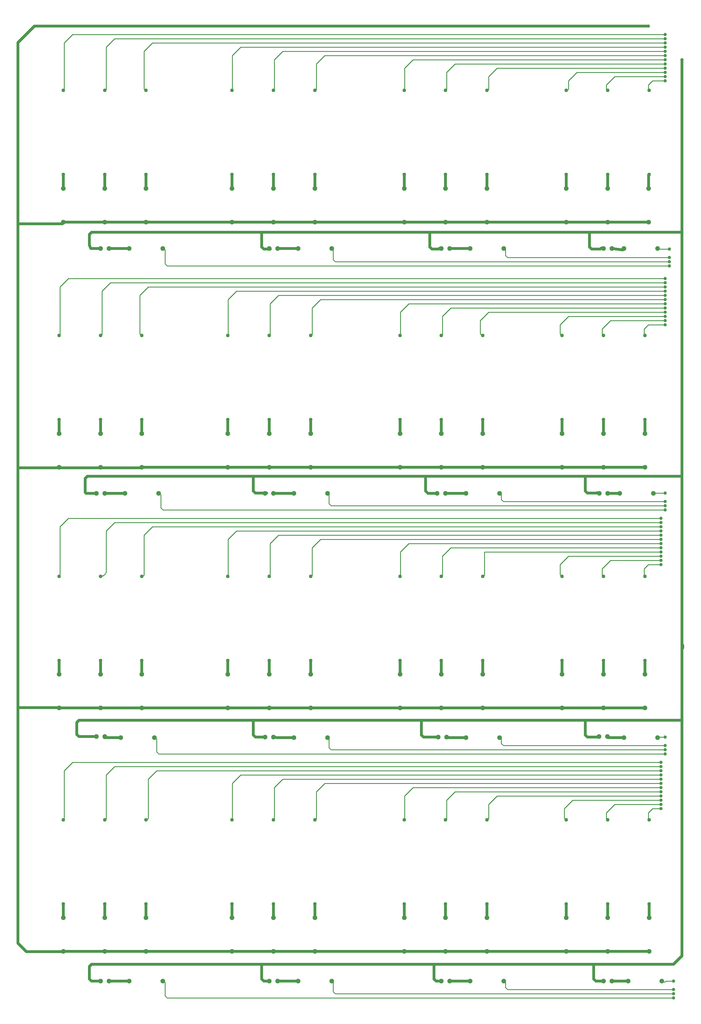
<source format=gbr>
G04 EAGLE Gerber RS-274X export*
G75*
%MOMM*%
%FSLAX34Y34*%
%LPD*%
%INTop Copper*%
%IPPOS*%
%AMOC8*
5,1,8,0,0,1.08239X$1,22.5*%
G01*
%ADD10P,1.429621X8X202.500000*%
%ADD11P,1.429621X8X22.500000*%
%ADD12P,1.429621X8X112.500000*%
%ADD13C,1.108000*%
%ADD14C,0.812800*%
%ADD15C,1.006400*%
%ADD16C,0.254000*%


D10*
X312700Y2300800D03*
X287300Y2300800D03*
D11*
X374200Y2300800D03*
X475800Y2300800D03*
D12*
X175000Y2380000D03*
X175000Y2481600D03*
X300000Y2380000D03*
X300000Y2481600D03*
X425000Y2380000D03*
X425000Y2481600D03*
D10*
X822700Y2300800D03*
X797300Y2300800D03*
D11*
X884200Y2300800D03*
X985800Y2300800D03*
D12*
X685000Y2380000D03*
X685000Y2481600D03*
X810000Y2380000D03*
X810000Y2481600D03*
X935000Y2380000D03*
X935000Y2481600D03*
D10*
X1342700Y2300800D03*
X1317300Y2300800D03*
D11*
X1404200Y2300800D03*
X1505800Y2300800D03*
D12*
X1205000Y2380000D03*
X1205000Y2481600D03*
X1330000Y2380000D03*
X1330000Y2481600D03*
X1455000Y2380000D03*
X1455000Y2481600D03*
D10*
X1832700Y2300800D03*
X1807300Y2300800D03*
D11*
X1868800Y2300800D03*
X1970400Y2300800D03*
D12*
X1695000Y2380000D03*
X1695000Y2481600D03*
X1820000Y2380000D03*
X1820000Y2481600D03*
X1944000Y2380000D03*
X1944000Y2481600D03*
D10*
X300000Y1561100D03*
X274600Y1561100D03*
D11*
X361500Y1561100D03*
X463100Y1561100D03*
D12*
X162300Y1640300D03*
X162300Y1741900D03*
X287300Y1640300D03*
X287300Y1741900D03*
X412300Y1640300D03*
X412300Y1741900D03*
D10*
X810000Y1561100D03*
X784600Y1561100D03*
D11*
X871500Y1561100D03*
X973100Y1561100D03*
D12*
X672300Y1640300D03*
X672300Y1741900D03*
X797300Y1640300D03*
X797300Y1741900D03*
X922300Y1640300D03*
X922300Y1741900D03*
D10*
X1330000Y1561100D03*
X1304600Y1561100D03*
D11*
X1391500Y1561100D03*
X1493100Y1561100D03*
D12*
X1192300Y1640300D03*
X1192300Y1741900D03*
X1317300Y1640300D03*
X1317300Y1741900D03*
X1442300Y1640300D03*
X1442300Y1741900D03*
D10*
X1820000Y1561100D03*
X1794600Y1561100D03*
D11*
X1856100Y1561100D03*
X1957700Y1561100D03*
D12*
X1682300Y1640300D03*
X1682300Y1741900D03*
X1807300Y1640300D03*
X1807300Y1741900D03*
X1932300Y1640300D03*
X1932300Y1741900D03*
D10*
X300000Y826900D03*
X274600Y826900D03*
D11*
X348800Y824100D03*
X450400Y824100D03*
D12*
X162300Y913300D03*
X162300Y1014900D03*
X287300Y913300D03*
X287300Y1014900D03*
X412300Y913300D03*
X412300Y1014900D03*
D10*
X810000Y825500D03*
X784600Y825500D03*
D11*
X871500Y824100D03*
X973100Y824100D03*
D12*
X672300Y913300D03*
X672300Y1014900D03*
X797300Y913300D03*
X797300Y1014900D03*
X922300Y913300D03*
X922300Y1014900D03*
D11*
X1391500Y824100D03*
X1493100Y824100D03*
D12*
X1192300Y913300D03*
X1192300Y1014900D03*
X1317300Y913300D03*
X1317300Y1014900D03*
X1442300Y913300D03*
X1442300Y1014900D03*
D10*
X1818900Y826900D03*
X1793500Y826900D03*
D11*
X1868800Y824100D03*
X1970400Y824100D03*
D12*
X1682300Y913300D03*
X1682300Y1014900D03*
X1807300Y913300D03*
X1807300Y1014900D03*
X1932300Y913300D03*
X1932300Y1014900D03*
D10*
X312700Y88600D03*
X287300Y88600D03*
D11*
X374200Y89200D03*
X475800Y89200D03*
D12*
X175000Y178400D03*
X175000Y280000D03*
X300000Y178400D03*
X300000Y280000D03*
X425000Y178400D03*
X425000Y280000D03*
D10*
X822700Y88600D03*
X797300Y88600D03*
D11*
X884200Y89200D03*
X985800Y89200D03*
D12*
X685000Y178400D03*
X685000Y280000D03*
X810000Y178400D03*
X810000Y280000D03*
X935000Y178400D03*
X935000Y280000D03*
D10*
X1342700Y88600D03*
X1317300Y88600D03*
D11*
X1404200Y89200D03*
X1505800Y89200D03*
D12*
X1205000Y178400D03*
X1205000Y280000D03*
X1330000Y178400D03*
X1330000Y280000D03*
X1455000Y178400D03*
X1455000Y280000D03*
D10*
X1832700Y88600D03*
X1807300Y88600D03*
D11*
X1881500Y89200D03*
X1983100Y89200D03*
D12*
X1695000Y178400D03*
X1695000Y280000D03*
X1820000Y178400D03*
X1820000Y280000D03*
X1945000Y178400D03*
X1945000Y280000D03*
D13*
X175000Y2777800D03*
X175000Y2523800D03*
X300000Y2777800D03*
X300000Y2523800D03*
X425000Y2777800D03*
X425000Y2523800D03*
X685000Y2777800D03*
X685000Y2523800D03*
X810000Y2777800D03*
X810000Y2523800D03*
X935000Y2777800D03*
X935000Y2523800D03*
X1205000Y2777800D03*
X1205000Y2523800D03*
X1330000Y2777800D03*
X1330000Y2523800D03*
X1455000Y2777800D03*
X1455000Y2523800D03*
X1695000Y2777800D03*
X1695000Y2523800D03*
X1820000Y2777800D03*
X1820000Y2523800D03*
X1945000Y2777800D03*
X1945000Y2523800D03*
X162300Y2038100D03*
X162300Y1784100D03*
X287300Y2038100D03*
X287300Y1784100D03*
X412300Y2038100D03*
X412300Y1784100D03*
X672300Y2038100D03*
X672300Y1784100D03*
X797300Y2038100D03*
X797300Y1784100D03*
X922300Y2038100D03*
X922300Y1784100D03*
X1192300Y2038100D03*
X1192300Y1784100D03*
X1317300Y2038100D03*
X1317300Y1784100D03*
X1442300Y2038100D03*
X1442300Y1784100D03*
X1682300Y2038100D03*
X1682300Y1784100D03*
X1807300Y2038100D03*
X1807300Y1784100D03*
X1932300Y2038100D03*
X1932300Y1784100D03*
X162300Y1311100D03*
X162300Y1057100D03*
X287300Y1311100D03*
X287300Y1057100D03*
X412300Y1311100D03*
X412300Y1057100D03*
X672300Y1311100D03*
X672300Y1057100D03*
X797300Y1311100D03*
X797300Y1057100D03*
X922300Y1311100D03*
X922300Y1057100D03*
X1192300Y1311100D03*
X1192300Y1057100D03*
X1317300Y1311100D03*
X1317300Y1057100D03*
X1442300Y1311100D03*
X1442300Y1057100D03*
X1682300Y1311100D03*
X1682300Y1057100D03*
X1807300Y1311100D03*
X1807300Y1057100D03*
X1932300Y1311100D03*
X1932300Y1057100D03*
X1695000Y576200D03*
X1695000Y322200D03*
X1820000Y576200D03*
X1820000Y322200D03*
X1945000Y576200D03*
X1945000Y322200D03*
X1205000Y576200D03*
X1205000Y322200D03*
X1330000Y576200D03*
X1330000Y322200D03*
X1455000Y576200D03*
X1455000Y322200D03*
X175000Y576200D03*
X175000Y322200D03*
X300000Y576200D03*
X300000Y322200D03*
X425000Y576200D03*
X425000Y322200D03*
X685000Y576200D03*
X685000Y322200D03*
X810000Y576200D03*
X810000Y322200D03*
X935000Y576200D03*
X935000Y322200D03*
D10*
X1333500Y825500D03*
X1308100Y825500D03*
D14*
X374200Y2300800D02*
X312700Y2300800D01*
X300000Y2380000D02*
X175000Y2380000D01*
X300000Y2380000D02*
X425000Y2380000D01*
X685000Y2380000D01*
X810000Y2380000D01*
X935000Y2380000D01*
X1205000Y2380000D01*
X1330000Y2380000D01*
X1455000Y2380000D01*
X1695000Y2380000D01*
X1820000Y2380000D01*
X1944000Y2380000D01*
X175000Y178400D02*
X174400Y177800D01*
X1931200Y914400D02*
X1932300Y913300D01*
X425000Y178400D02*
X300000Y178400D01*
X1695000Y178400D02*
X1945000Y178400D01*
X38100Y2374900D02*
X38100Y2870200D01*
X38100Y2896771D01*
X38100Y2374900D02*
X38100Y1638300D01*
X38100Y914400D01*
X169900Y2374900D02*
X170041Y2374902D01*
X170181Y2374908D01*
X170321Y2374917D01*
X170461Y2374931D01*
X170601Y2374948D01*
X170739Y2374970D01*
X170878Y2374995D01*
X171015Y2375023D01*
X171152Y2375056D01*
X171288Y2375092D01*
X171422Y2375133D01*
X171556Y2375176D01*
X171688Y2375224D01*
X171819Y2375275D01*
X171949Y2375330D01*
X172077Y2375388D01*
X172203Y2375450D01*
X172327Y2375515D01*
X172450Y2375583D01*
X172571Y2375655D01*
X172689Y2375730D01*
X172806Y2375809D01*
X172920Y2375891D01*
X173032Y2375975D01*
X173142Y2376063D01*
X173249Y2376154D01*
X173354Y2376248D01*
X173456Y2376344D01*
X173556Y2376444D01*
X173652Y2376546D01*
X173746Y2376651D01*
X173837Y2376758D01*
X173925Y2376868D01*
X174009Y2376980D01*
X174091Y2377094D01*
X174170Y2377211D01*
X174245Y2377329D01*
X174317Y2377450D01*
X174385Y2377573D01*
X174450Y2377697D01*
X174512Y2377823D01*
X174570Y2377951D01*
X174625Y2378081D01*
X174676Y2378212D01*
X174724Y2378344D01*
X174767Y2378478D01*
X174808Y2378612D01*
X174844Y2378748D01*
X174877Y2378885D01*
X174905Y2379022D01*
X174930Y2379161D01*
X174952Y2379299D01*
X174969Y2379439D01*
X174983Y2379579D01*
X174992Y2379719D01*
X174998Y2379859D01*
X175000Y2380000D01*
X162300Y1640300D02*
X162298Y1640213D01*
X162292Y1640126D01*
X162283Y1640039D01*
X162270Y1639953D01*
X162253Y1639867D01*
X162232Y1639782D01*
X162207Y1639699D01*
X162179Y1639616D01*
X162148Y1639535D01*
X162113Y1639455D01*
X162074Y1639377D01*
X162032Y1639300D01*
X161987Y1639225D01*
X161938Y1639153D01*
X161887Y1639082D01*
X161832Y1639014D01*
X161775Y1638949D01*
X161714Y1638886D01*
X161651Y1638825D01*
X161586Y1638768D01*
X161518Y1638713D01*
X161447Y1638662D01*
X161375Y1638613D01*
X161300Y1638568D01*
X161223Y1638526D01*
X161145Y1638487D01*
X161065Y1638452D01*
X160984Y1638421D01*
X160901Y1638393D01*
X160818Y1638368D01*
X160733Y1638347D01*
X160647Y1638330D01*
X160561Y1638317D01*
X160474Y1638308D01*
X160387Y1638302D01*
X160300Y1638300D01*
X169900Y2374900D02*
X170041Y2374902D01*
X170181Y2374908D01*
X170321Y2374917D01*
X170461Y2374931D01*
X170601Y2374948D01*
X170739Y2374970D01*
X170878Y2374995D01*
X171015Y2375023D01*
X171152Y2375056D01*
X171288Y2375092D01*
X171422Y2375133D01*
X171556Y2375176D01*
X171688Y2375224D01*
X171819Y2375275D01*
X171949Y2375330D01*
X172077Y2375388D01*
X172203Y2375450D01*
X172327Y2375515D01*
X172450Y2375583D01*
X172571Y2375655D01*
X172689Y2375730D01*
X172806Y2375809D01*
X172920Y2375891D01*
X173032Y2375975D01*
X173142Y2376063D01*
X173249Y2376154D01*
X173354Y2376248D01*
X173456Y2376344D01*
X173556Y2376444D01*
X173652Y2376546D01*
X173746Y2376651D01*
X173837Y2376758D01*
X173925Y2376868D01*
X174009Y2376980D01*
X174091Y2377094D01*
X174170Y2377211D01*
X174245Y2377329D01*
X174317Y2377450D01*
X174385Y2377573D01*
X174450Y2377697D01*
X174512Y2377823D01*
X174570Y2377951D01*
X174625Y2378081D01*
X174676Y2378212D01*
X174724Y2378344D01*
X174767Y2378478D01*
X174808Y2378612D01*
X174844Y2378748D01*
X174877Y2378885D01*
X174905Y2379022D01*
X174930Y2379161D01*
X174952Y2379299D01*
X174969Y2379439D01*
X174983Y2379579D01*
X174992Y2379719D01*
X174998Y2379859D01*
X175000Y2380000D01*
X175000Y178400D02*
X174998Y178353D01*
X174993Y178306D01*
X174983Y178260D01*
X174971Y178215D01*
X174954Y178170D01*
X174935Y178128D01*
X174912Y178087D01*
X174885Y178047D01*
X174856Y178010D01*
X174824Y177976D01*
X174790Y177944D01*
X174753Y177915D01*
X174713Y177888D01*
X174672Y177865D01*
X174630Y177846D01*
X174585Y177829D01*
X174540Y177817D01*
X174494Y177807D01*
X174447Y177802D01*
X174400Y177800D01*
X169900Y2374900D02*
X170041Y2374902D01*
X170181Y2374908D01*
X170321Y2374917D01*
X170461Y2374931D01*
X170601Y2374948D01*
X170739Y2374970D01*
X170878Y2374995D01*
X171015Y2375023D01*
X171152Y2375056D01*
X171288Y2375092D01*
X171422Y2375133D01*
X171556Y2375176D01*
X171688Y2375224D01*
X171819Y2375275D01*
X171949Y2375330D01*
X172077Y2375388D01*
X172203Y2375450D01*
X172327Y2375515D01*
X172450Y2375583D01*
X172571Y2375655D01*
X172689Y2375730D01*
X172806Y2375809D01*
X172920Y2375891D01*
X173032Y2375975D01*
X173142Y2376063D01*
X173249Y2376154D01*
X173354Y2376248D01*
X173456Y2376344D01*
X173556Y2376444D01*
X173652Y2376546D01*
X173746Y2376651D01*
X173837Y2376758D01*
X173925Y2376868D01*
X174009Y2376980D01*
X174091Y2377094D01*
X174170Y2377211D01*
X174245Y2377329D01*
X174317Y2377450D01*
X174385Y2377573D01*
X174450Y2377697D01*
X174512Y2377823D01*
X174570Y2377951D01*
X174625Y2378081D01*
X174676Y2378212D01*
X174724Y2378344D01*
X174767Y2378478D01*
X174808Y2378612D01*
X174844Y2378748D01*
X174877Y2378885D01*
X174905Y2379022D01*
X174930Y2379161D01*
X174952Y2379299D01*
X174969Y2379439D01*
X174983Y2379579D01*
X174992Y2379719D01*
X174998Y2379859D01*
X175000Y2380000D01*
X169900Y2374900D02*
X38100Y2374900D01*
X162300Y1640300D02*
X162298Y1640213D01*
X162292Y1640126D01*
X162283Y1640039D01*
X162270Y1639953D01*
X162253Y1639867D01*
X162232Y1639782D01*
X162207Y1639699D01*
X162179Y1639616D01*
X162148Y1639535D01*
X162113Y1639455D01*
X162074Y1639377D01*
X162032Y1639300D01*
X161987Y1639225D01*
X161938Y1639153D01*
X161887Y1639082D01*
X161832Y1639014D01*
X161775Y1638949D01*
X161714Y1638886D01*
X161651Y1638825D01*
X161586Y1638768D01*
X161518Y1638713D01*
X161447Y1638662D01*
X161375Y1638613D01*
X161300Y1638568D01*
X161223Y1638526D01*
X161145Y1638487D01*
X161065Y1638452D01*
X160984Y1638421D01*
X160901Y1638393D01*
X160818Y1638368D01*
X160733Y1638347D01*
X160647Y1638330D01*
X160561Y1638317D01*
X160474Y1638308D01*
X160387Y1638302D01*
X160300Y1638300D01*
X162300Y913300D02*
X287300Y913300D01*
X412300Y913300D01*
X672300Y913300D01*
X797300Y913300D01*
X922300Y913300D01*
X1192300Y913300D01*
X1317300Y913300D01*
X1442300Y913300D01*
X1682300Y913300D01*
X1807300Y913300D01*
X1932300Y913300D01*
X162300Y913300D02*
X162298Y913364D01*
X162293Y913428D01*
X162283Y913491D01*
X162270Y913554D01*
X162254Y913615D01*
X162234Y913676D01*
X162210Y913736D01*
X162183Y913794D01*
X162153Y913850D01*
X162119Y913904D01*
X162082Y913957D01*
X162043Y914007D01*
X162000Y914055D01*
X161955Y914100D01*
X161907Y914143D01*
X161857Y914182D01*
X161804Y914219D01*
X161750Y914253D01*
X161694Y914283D01*
X161636Y914310D01*
X161576Y914334D01*
X161515Y914354D01*
X161454Y914370D01*
X161391Y914383D01*
X161328Y914393D01*
X161264Y914398D01*
X161200Y914400D01*
X175000Y178400D02*
X300000Y178400D01*
X425000Y178400D02*
X685000Y178400D01*
X810000Y178400D01*
X1205000Y178400D02*
X1330000Y178400D01*
X1820000Y178400D02*
X1945000Y178400D01*
X162300Y1640300D02*
X162298Y1640213D01*
X162292Y1640126D01*
X162283Y1640039D01*
X162270Y1639953D01*
X162253Y1639867D01*
X162232Y1639782D01*
X162207Y1639699D01*
X162179Y1639616D01*
X162148Y1639535D01*
X162113Y1639455D01*
X162074Y1639377D01*
X162032Y1639300D01*
X161987Y1639225D01*
X161938Y1639153D01*
X161887Y1639082D01*
X161832Y1639014D01*
X161775Y1638949D01*
X161714Y1638886D01*
X161651Y1638825D01*
X161586Y1638768D01*
X161518Y1638713D01*
X161447Y1638662D01*
X161375Y1638613D01*
X161300Y1638568D01*
X161223Y1638526D01*
X161145Y1638487D01*
X161065Y1638452D01*
X160984Y1638421D01*
X160901Y1638393D01*
X160818Y1638368D01*
X160733Y1638347D01*
X160647Y1638330D01*
X160561Y1638317D01*
X160474Y1638308D01*
X160387Y1638302D01*
X160300Y1638300D01*
X38100Y1638300D01*
X285300Y1638300D02*
X285387Y1638302D01*
X285474Y1638308D01*
X285561Y1638317D01*
X285647Y1638330D01*
X285733Y1638347D01*
X285818Y1638368D01*
X285901Y1638393D01*
X285984Y1638421D01*
X286065Y1638452D01*
X286145Y1638487D01*
X286223Y1638526D01*
X286300Y1638568D01*
X286375Y1638613D01*
X286447Y1638662D01*
X286518Y1638713D01*
X286586Y1638768D01*
X286651Y1638825D01*
X286714Y1638886D01*
X286775Y1638949D01*
X286832Y1639014D01*
X286887Y1639082D01*
X286938Y1639153D01*
X286987Y1639225D01*
X287032Y1639300D01*
X287074Y1639377D01*
X287113Y1639455D01*
X287148Y1639535D01*
X287179Y1639616D01*
X287207Y1639699D01*
X287232Y1639782D01*
X287253Y1639867D01*
X287270Y1639953D01*
X287283Y1640039D01*
X287292Y1640126D01*
X287298Y1640213D01*
X287300Y1640300D01*
X285300Y1638300D02*
X160300Y1638300D01*
X410300Y1638300D02*
X410387Y1638302D01*
X410474Y1638308D01*
X410561Y1638317D01*
X410647Y1638330D01*
X410733Y1638347D01*
X410818Y1638368D01*
X410901Y1638393D01*
X410984Y1638421D01*
X411065Y1638452D01*
X411145Y1638487D01*
X411223Y1638526D01*
X411300Y1638568D01*
X411375Y1638613D01*
X411447Y1638662D01*
X411518Y1638713D01*
X411586Y1638768D01*
X411651Y1638825D01*
X411714Y1638886D01*
X411775Y1638949D01*
X411832Y1639014D01*
X411887Y1639082D01*
X411938Y1639153D01*
X411987Y1639225D01*
X412032Y1639300D01*
X412074Y1639377D01*
X412113Y1639455D01*
X412148Y1639535D01*
X412179Y1639616D01*
X412207Y1639699D01*
X412232Y1639782D01*
X412253Y1639867D01*
X412270Y1639953D01*
X412283Y1640039D01*
X412292Y1640126D01*
X412298Y1640213D01*
X412300Y1640300D01*
X410300Y1638300D02*
X285300Y1638300D01*
X412300Y1640300D02*
X672300Y1640300D01*
X797300Y1640300D01*
X922300Y1640300D01*
X1192300Y1640300D01*
X1317300Y1640300D01*
X1442300Y1640300D01*
X1682300Y1640300D01*
X1807300Y1640300D01*
X1932300Y1640300D01*
X935000Y178400D02*
X810000Y178400D01*
X935000Y178400D02*
X1205000Y178400D01*
X1330000Y178400D02*
X1455000Y178400D01*
X1695000Y178400D01*
X162300Y913300D02*
X162298Y913364D01*
X162293Y913428D01*
X162283Y913491D01*
X162270Y913554D01*
X162254Y913615D01*
X162234Y913676D01*
X162210Y913736D01*
X162183Y913794D01*
X162153Y913850D01*
X162119Y913904D01*
X162082Y913957D01*
X162043Y914007D01*
X162000Y914055D01*
X161955Y914100D01*
X161907Y914143D01*
X161857Y914182D01*
X161804Y914219D01*
X161750Y914253D01*
X161694Y914283D01*
X161636Y914310D01*
X161576Y914334D01*
X161515Y914354D01*
X161454Y914370D01*
X161391Y914383D01*
X161328Y914393D01*
X161264Y914398D01*
X161200Y914400D01*
X38100Y914400D01*
X38100Y203200D01*
X63500Y177800D01*
X174400Y177800D01*
D15*
X1943100Y2971800D03*
D14*
X38100Y2921800D02*
X38100Y2896771D01*
X38100Y2921800D02*
X88100Y2971800D01*
X1943100Y2971800D01*
X175000Y2523800D02*
X175000Y2481600D01*
X300000Y2481600D02*
X300000Y2523800D01*
X425000Y2523800D02*
X425000Y2481600D01*
X822700Y2300800D02*
X884200Y2300800D01*
X685000Y2481600D02*
X685000Y2523800D01*
X810000Y2523800D02*
X810000Y2481600D01*
X935000Y2481600D02*
X935000Y2523800D01*
X1342700Y2300800D02*
X1404200Y2300800D01*
X1342700Y2300800D02*
X1341200Y2300800D01*
X1205000Y2481600D02*
X1205000Y2523800D01*
X1330000Y2523800D02*
X1330000Y2481600D01*
X1455000Y2481600D02*
X1455000Y2523800D01*
X1864600Y2296600D02*
X1864727Y2296602D01*
X1864854Y2296608D01*
X1864980Y2296617D01*
X1865106Y2296631D01*
X1865232Y2296648D01*
X1865357Y2296669D01*
X1865482Y2296694D01*
X1865605Y2296722D01*
X1865728Y2296754D01*
X1865850Y2296790D01*
X1865970Y2296830D01*
X1866089Y2296873D01*
X1866207Y2296920D01*
X1866324Y2296970D01*
X1866439Y2297024D01*
X1866552Y2297081D01*
X1866663Y2297142D01*
X1866773Y2297206D01*
X1866880Y2297273D01*
X1866986Y2297343D01*
X1867089Y2297417D01*
X1867190Y2297494D01*
X1867289Y2297574D01*
X1867385Y2297656D01*
X1867479Y2297742D01*
X1867570Y2297830D01*
X1867658Y2297921D01*
X1867744Y2298015D01*
X1867826Y2298111D01*
X1867906Y2298210D01*
X1867983Y2298311D01*
X1868057Y2298414D01*
X1868127Y2298520D01*
X1868194Y2298627D01*
X1868258Y2298737D01*
X1868319Y2298848D01*
X1868376Y2298961D01*
X1868430Y2299076D01*
X1868480Y2299193D01*
X1868527Y2299311D01*
X1868570Y2299430D01*
X1868610Y2299550D01*
X1868646Y2299672D01*
X1868678Y2299795D01*
X1868706Y2299918D01*
X1868731Y2300043D01*
X1868752Y2300168D01*
X1868769Y2300294D01*
X1868783Y2300420D01*
X1868792Y2300546D01*
X1868798Y2300673D01*
X1868800Y2300800D01*
X1864600Y2296600D02*
X1832700Y2300800D01*
X1695000Y2481600D02*
X1695000Y2523800D01*
X1820000Y2523800D02*
X1820000Y2481600D01*
X1944000Y2481600D02*
X1944000Y2522800D01*
X1945000Y2523800D01*
X254000Y2343150D02*
X254000Y2311060D01*
X258250Y2300800D01*
X254000Y2343150D02*
X260350Y2349500D01*
X774700Y2349500D01*
X1282700Y2349500D01*
X1765300Y2349500D01*
X800800Y2298700D02*
X800697Y2298676D01*
X800594Y2298657D01*
X800490Y2298640D01*
X800385Y2298628D01*
X800280Y2298620D01*
X800174Y2298615D01*
X800069Y2298614D01*
X799964Y2298617D01*
X799858Y2298624D01*
X799754Y2298635D01*
X799649Y2298649D01*
X799545Y2298668D01*
X799442Y2298690D01*
X799340Y2298716D01*
X799239Y2298745D01*
X799139Y2298779D01*
X799040Y2298816D01*
X798943Y2298856D01*
X798847Y2298900D01*
X798753Y2298948D01*
X798661Y2298999D01*
X798570Y2299053D01*
X798482Y2299110D01*
X798396Y2299171D01*
X798312Y2299235D01*
X798230Y2299302D01*
X798151Y2299371D01*
X798075Y2299444D01*
X798001Y2299519D01*
X797930Y2299597D01*
X797862Y2299678D01*
X797797Y2299761D01*
X797735Y2299846D01*
X797676Y2299934D01*
X797621Y2300023D01*
X797568Y2300115D01*
X797519Y2300208D01*
X797474Y2300303D01*
X797432Y2300400D01*
X797394Y2300498D01*
X797359Y2300598D01*
X797328Y2300698D01*
X797300Y2300800D01*
X800800Y2298700D02*
X781050Y2298700D01*
X774700Y2305050D01*
X774700Y2349500D01*
X1309500Y2298700D02*
X1309576Y2298829D01*
X1309656Y2298955D01*
X1309739Y2299080D01*
X1309825Y2299202D01*
X1309914Y2299322D01*
X1310007Y2299439D01*
X1310102Y2299554D01*
X1310201Y2299667D01*
X1310302Y2299777D01*
X1310406Y2299884D01*
X1310513Y2299989D01*
X1310623Y2300090D01*
X1310735Y2300189D01*
X1310850Y2300285D01*
X1310967Y2300377D01*
X1311087Y2300467D01*
X1311209Y2300554D01*
X1311333Y2300637D01*
X1311460Y2300717D01*
X1311588Y2300793D01*
X1311718Y2300867D01*
X1311851Y2300936D01*
X1311985Y2301003D01*
X1312120Y2301065D01*
X1312258Y2301125D01*
X1312397Y2301180D01*
X1312537Y2301232D01*
X1312678Y2301280D01*
X1312821Y2301325D01*
X1312965Y2301366D01*
X1313110Y2301403D01*
X1313256Y2301436D01*
X1313402Y2301465D01*
X1313550Y2301491D01*
X1313698Y2301512D01*
X1313846Y2301530D01*
X1313995Y2301544D01*
X1314144Y2301554D01*
X1314294Y2301560D01*
X1314443Y2301562D01*
X1314593Y2301560D01*
X1314742Y2301555D01*
X1314891Y2301545D01*
X1315040Y2301531D01*
X1315189Y2301514D01*
X1315337Y2301493D01*
X1315484Y2301468D01*
X1315631Y2301439D01*
X1315777Y2301406D01*
X1315922Y2301369D01*
X1316066Y2301329D01*
X1316209Y2301285D01*
X1316350Y2301237D01*
X1316491Y2301185D01*
X1316630Y2301130D01*
X1316767Y2301071D01*
X1316903Y2301009D01*
X1317037Y2300943D01*
X1317170Y2300873D01*
X1317300Y2300800D01*
X1309500Y2298700D02*
X1289050Y2298700D01*
X1282700Y2305050D01*
X1282700Y2349500D01*
X1797400Y2298700D02*
X1797496Y2298844D01*
X1797596Y2298985D01*
X1797698Y2299124D01*
X1797805Y2299261D01*
X1797914Y2299395D01*
X1798027Y2299526D01*
X1798142Y2299654D01*
X1798261Y2299780D01*
X1798383Y2299903D01*
X1798508Y2300022D01*
X1798635Y2300139D01*
X1798766Y2300253D01*
X1798899Y2300363D01*
X1799035Y2300470D01*
X1799173Y2300574D01*
X1799314Y2300675D01*
X1799457Y2300772D01*
X1799602Y2300865D01*
X1799750Y2300955D01*
X1799900Y2301042D01*
X1800052Y2301124D01*
X1800205Y2301203D01*
X1800361Y2301279D01*
X1800518Y2301350D01*
X1800678Y2301418D01*
X1800838Y2301482D01*
X1801001Y2301542D01*
X1801164Y2301598D01*
X1801329Y2301650D01*
X1801495Y2301698D01*
X1801662Y2301742D01*
X1801831Y2301782D01*
X1802000Y2301818D01*
X1802170Y2301849D01*
X1802340Y2301877D01*
X1802512Y2301901D01*
X1802684Y2301920D01*
X1802856Y2301935D01*
X1803028Y2301946D01*
X1803201Y2301953D01*
X1803374Y2301956D01*
X1803547Y2301954D01*
X1803720Y2301949D01*
X1803893Y2301939D01*
X1804065Y2301925D01*
X1804237Y2301907D01*
X1804408Y2301885D01*
X1804579Y2301858D01*
X1804749Y2301828D01*
X1804919Y2301793D01*
X1805087Y2301754D01*
X1805255Y2301711D01*
X1805421Y2301665D01*
X1805587Y2301614D01*
X1805751Y2301559D01*
X1805913Y2301500D01*
X1806075Y2301437D01*
X1806234Y2301371D01*
X1806392Y2301300D01*
X1806548Y2301226D01*
X1806703Y2301148D01*
X1806855Y2301067D01*
X1807006Y2300981D01*
X1807154Y2300892D01*
X1807300Y2300800D01*
X1797400Y2298700D02*
X1771650Y2298700D01*
X1765300Y2305050D01*
X1765300Y2349500D01*
X287300Y88600D02*
X260350Y88600D01*
X254000Y94950D01*
X254000Y133350D01*
X260350Y139700D01*
X774700Y139700D01*
X1778000Y139700D02*
X2019300Y139700D01*
X1778000Y139700D02*
X1295400Y139700D01*
X774700Y139700D01*
D15*
X2044700Y2870200D03*
D14*
X2044700Y1612900D02*
X2044700Y1104900D01*
X2044700Y1612900D02*
X2044700Y2349500D01*
X2044700Y2870200D01*
X247650Y1612900D02*
X241300Y1606550D01*
X247650Y1612900D02*
X749300Y1612900D01*
X1270000Y1612900D01*
X1752600Y1612900D01*
X789200Y1562100D02*
X789104Y1562160D01*
X789005Y1562217D01*
X788904Y1562270D01*
X788802Y1562319D01*
X788698Y1562365D01*
X788593Y1562408D01*
X788486Y1562447D01*
X788378Y1562482D01*
X788269Y1562514D01*
X788158Y1562541D01*
X788047Y1562565D01*
X787936Y1562586D01*
X787823Y1562602D01*
X787710Y1562615D01*
X787597Y1562623D01*
X787483Y1562628D01*
X787369Y1562629D01*
X787256Y1562626D01*
X787142Y1562619D01*
X787029Y1562608D01*
X786916Y1562594D01*
X786804Y1562575D01*
X786693Y1562553D01*
X786582Y1562527D01*
X786472Y1562497D01*
X786364Y1562464D01*
X786256Y1562426D01*
X786150Y1562386D01*
X786046Y1562341D01*
X785943Y1562293D01*
X785841Y1562242D01*
X785742Y1562187D01*
X785644Y1562128D01*
X785549Y1562067D01*
X785455Y1562002D01*
X785364Y1561934D01*
X785276Y1561863D01*
X785189Y1561789D01*
X785106Y1561712D01*
X785025Y1561632D01*
X784946Y1561550D01*
X784871Y1561465D01*
X784798Y1561377D01*
X784729Y1561287D01*
X784663Y1561195D01*
X784600Y1561100D01*
X789200Y1562100D02*
X755650Y1562100D01*
X749300Y1568450D01*
X749300Y1612900D01*
X1270000Y1612900D02*
X1270000Y1568450D01*
X1785800Y1562100D02*
X1785923Y1562196D01*
X1786049Y1562289D01*
X1786177Y1562378D01*
X1786307Y1562464D01*
X1786439Y1562547D01*
X1786574Y1562627D01*
X1786710Y1562703D01*
X1786848Y1562776D01*
X1786988Y1562845D01*
X1787130Y1562911D01*
X1787273Y1562974D01*
X1787417Y1563032D01*
X1787564Y1563087D01*
X1787711Y1563139D01*
X1787860Y1563187D01*
X1788009Y1563231D01*
X1788160Y1563271D01*
X1788312Y1563307D01*
X1788465Y1563340D01*
X1788618Y1563369D01*
X1788772Y1563394D01*
X1788927Y1563415D01*
X1789082Y1563432D01*
X1789238Y1563446D01*
X1789394Y1563456D01*
X1789550Y1563461D01*
X1789706Y1563463D01*
X1789862Y1563461D01*
X1790018Y1563455D01*
X1790174Y1563445D01*
X1790330Y1563431D01*
X1790485Y1563414D01*
X1790639Y1563392D01*
X1790793Y1563367D01*
X1790947Y1563338D01*
X1791099Y1563305D01*
X1791251Y1563268D01*
X1791402Y1563227D01*
X1791552Y1563183D01*
X1791700Y1563135D01*
X1791848Y1563083D01*
X1791994Y1563028D01*
X1792138Y1562969D01*
X1792281Y1562906D01*
X1792423Y1562840D01*
X1792563Y1562771D01*
X1792701Y1562697D01*
X1792837Y1562621D01*
X1792971Y1562541D01*
X1793103Y1562458D01*
X1793233Y1562371D01*
X1793361Y1562282D01*
X1793486Y1562189D01*
X1793610Y1562093D01*
X1793730Y1561994D01*
X1793849Y1561892D01*
X1793964Y1561787D01*
X1794077Y1561679D01*
X1794188Y1561569D01*
X1794295Y1561456D01*
X1794400Y1561340D01*
X1794502Y1561221D01*
X1794600Y1561100D01*
X1785800Y1562100D02*
X1758950Y1562100D01*
X1752600Y1568450D01*
X1752600Y1612900D01*
X2044700Y1104900D02*
X2044851Y1104745D01*
X2044999Y1104586D01*
X2045143Y1104423D01*
X2045283Y1104257D01*
X2045419Y1104088D01*
X2045551Y1103916D01*
X2045678Y1103740D01*
X2045801Y1103562D01*
X2045920Y1103380D01*
X2046035Y1103196D01*
X2046145Y1103009D01*
X2046250Y1102819D01*
X2046351Y1102627D01*
X2046447Y1102432D01*
X2046539Y1102236D01*
X2046626Y1102037D01*
X2046707Y1101836D01*
X2046784Y1101633D01*
X2046856Y1101428D01*
X2046923Y1101222D01*
X2046985Y1101014D01*
X2047042Y1100804D01*
X2047094Y1100594D01*
X2047141Y1100382D01*
X2047183Y1100169D01*
X2047219Y1099955D01*
X2047251Y1099740D01*
X2047277Y1099525D01*
X2047298Y1099309D01*
X2047314Y1099092D01*
X2047324Y1098875D01*
X2047329Y1098659D01*
X2047329Y1098441D01*
X2047324Y1098225D01*
X2047314Y1098008D01*
X2047298Y1097791D01*
X2047277Y1097575D01*
X2047251Y1097360D01*
X2047219Y1097145D01*
X2047183Y1096931D01*
X2047141Y1096718D01*
X2047094Y1096506D01*
X2047042Y1096296D01*
X2046985Y1096086D01*
X2046923Y1095878D01*
X2046856Y1095672D01*
X2046784Y1095467D01*
X2046707Y1095264D01*
X2046626Y1095063D01*
X2046539Y1094864D01*
X2046447Y1094668D01*
X2046351Y1094473D01*
X2046250Y1094281D01*
X2046145Y1094091D01*
X2046035Y1093904D01*
X2045920Y1093720D01*
X2045801Y1093538D01*
X2045678Y1093360D01*
X2045551Y1093184D01*
X2045419Y1093012D01*
X2045283Y1092843D01*
X2045143Y1092677D01*
X2044999Y1092514D01*
X2044851Y1092355D01*
X2044700Y1092200D01*
X274600Y826900D02*
X222250Y826900D01*
X215900Y833250D01*
X215900Y869950D01*
X1257300Y876300D02*
X1752600Y876300D01*
X1257300Y876300D02*
X749300Y876300D01*
X749300Y831850D02*
X755650Y825500D01*
X749300Y831850D02*
X749300Y876300D01*
X1263650Y825500D02*
X1308100Y825500D01*
X1263650Y825500D02*
X1257300Y831850D01*
X1257300Y876300D01*
X1792100Y825500D02*
X1792173Y825502D01*
X1792246Y825508D01*
X1792319Y825517D01*
X1792391Y825531D01*
X1792462Y825548D01*
X1792533Y825569D01*
X1792602Y825593D01*
X1792669Y825621D01*
X1792736Y825653D01*
X1792800Y825688D01*
X1792862Y825726D01*
X1792923Y825767D01*
X1792981Y825812D01*
X1793037Y825860D01*
X1793090Y825910D01*
X1793140Y825963D01*
X1793188Y826019D01*
X1793233Y826077D01*
X1793274Y826138D01*
X1793312Y826200D01*
X1793347Y826264D01*
X1793379Y826331D01*
X1793407Y826398D01*
X1793431Y826467D01*
X1793452Y826538D01*
X1793469Y826609D01*
X1793483Y826681D01*
X1793492Y826754D01*
X1793498Y826827D01*
X1793500Y826900D01*
X1792100Y825500D02*
X1758950Y825500D01*
X1752600Y831850D01*
X1752600Y876300D01*
X2044700Y1092200D02*
X2044700Y1104900D01*
X2044700Y2349500D02*
X1765300Y2349500D01*
X1752600Y1612900D02*
X2044700Y1612900D01*
X2044700Y165100D02*
X2019300Y139700D01*
X2044700Y165100D02*
X2044700Y876300D01*
X2044700Y1092200D01*
X2044700Y876300D02*
X1752600Y876300D01*
X222250Y876300D02*
X215900Y869950D01*
X222250Y876300D02*
X749300Y876300D01*
X1807000Y88900D02*
X1807300Y88600D01*
X1807000Y88900D02*
X1784350Y88900D01*
X1778000Y95250D01*
X1778000Y139700D01*
X1317300Y88600D02*
X1301750Y88600D01*
X1295400Y94950D01*
X1295400Y139700D01*
X797300Y88600D02*
X797000Y88900D01*
X781050Y88900D01*
X774700Y95250D01*
X774700Y139700D01*
X784600Y825500D02*
X755650Y825500D01*
X241300Y1564713D02*
X241300Y1606550D01*
X241300Y1564713D02*
X243714Y1561100D01*
X274600Y1561100D01*
X1277350Y1561100D02*
X1304600Y1561100D01*
X1277350Y1561100D02*
X1270000Y1568450D01*
X287300Y2300800D02*
X258250Y2300800D01*
D16*
X475800Y2300800D02*
X475964Y2300798D01*
X476129Y2300792D01*
X476293Y2300782D01*
X476456Y2300768D01*
X476620Y2300750D01*
X476783Y2300729D01*
X476945Y2300703D01*
X477106Y2300673D01*
X477267Y2300640D01*
X477427Y2300602D01*
X477586Y2300561D01*
X477744Y2300516D01*
X477901Y2300467D01*
X478057Y2300415D01*
X478211Y2300358D01*
X478364Y2300298D01*
X478516Y2300234D01*
X478666Y2300167D01*
X478814Y2300096D01*
X478960Y2300021D01*
X479105Y2299943D01*
X479247Y2299861D01*
X479388Y2299776D01*
X479526Y2299688D01*
X479663Y2299596D01*
X479797Y2299501D01*
X479929Y2299403D01*
X480058Y2299302D01*
X480185Y2299197D01*
X480309Y2299090D01*
X480431Y2298979D01*
X480550Y2298866D01*
X480666Y2298750D01*
X480779Y2298631D01*
X480890Y2298509D01*
X480997Y2298385D01*
X481102Y2298258D01*
X481203Y2298129D01*
X481301Y2297997D01*
X481396Y2297863D01*
X481488Y2297726D01*
X481576Y2297588D01*
X481661Y2297447D01*
X481743Y2297305D01*
X481821Y2297160D01*
X481896Y2297014D01*
X481967Y2296866D01*
X482034Y2296716D01*
X482098Y2296564D01*
X482158Y2296411D01*
X482215Y2296257D01*
X482267Y2296101D01*
X482316Y2295944D01*
X482361Y2295786D01*
X482402Y2295627D01*
X482440Y2295467D01*
X482473Y2295306D01*
X482503Y2295145D01*
X482529Y2294983D01*
X482550Y2294820D01*
X482568Y2294656D01*
X482582Y2294493D01*
X482592Y2294329D01*
X482598Y2294164D01*
X482600Y2294000D01*
X482600Y2254250D01*
X488950Y2247900D01*
X2006600Y2247900D01*
D15*
X2006600Y2247900D03*
D16*
X990600Y2296000D02*
X990598Y2296137D01*
X990592Y2296274D01*
X990582Y2296411D01*
X990569Y2296547D01*
X990551Y2296683D01*
X990530Y2296819D01*
X990504Y2296953D01*
X990475Y2297087D01*
X990442Y2297220D01*
X990406Y2297352D01*
X990365Y2297483D01*
X990321Y2297613D01*
X990273Y2297741D01*
X990221Y2297868D01*
X990166Y2297994D01*
X990108Y2298118D01*
X990045Y2298240D01*
X989980Y2298360D01*
X989910Y2298479D01*
X989838Y2298595D01*
X989762Y2298709D01*
X989683Y2298821D01*
X989601Y2298931D01*
X989516Y2299038D01*
X989428Y2299143D01*
X989336Y2299246D01*
X989242Y2299345D01*
X989145Y2299442D01*
X989046Y2299536D01*
X988943Y2299628D01*
X988838Y2299716D01*
X988731Y2299801D01*
X988621Y2299883D01*
X988509Y2299962D01*
X988395Y2300038D01*
X988279Y2300110D01*
X988160Y2300180D01*
X988040Y2300245D01*
X987918Y2300308D01*
X987794Y2300366D01*
X987668Y2300421D01*
X987541Y2300473D01*
X987413Y2300521D01*
X987283Y2300565D01*
X987152Y2300606D01*
X987020Y2300642D01*
X986887Y2300675D01*
X986753Y2300704D01*
X986619Y2300730D01*
X986483Y2300751D01*
X986347Y2300769D01*
X986211Y2300782D01*
X986074Y2300792D01*
X985937Y2300798D01*
X985800Y2300800D01*
X990600Y2296000D02*
X990600Y2266950D01*
X996950Y2260600D01*
X2006600Y2260600D01*
D15*
X2006600Y2260600D03*
D16*
X1511300Y2295300D02*
X1511298Y2295446D01*
X1511292Y2295593D01*
X1511282Y2295739D01*
X1511269Y2295885D01*
X1511251Y2296030D01*
X1511230Y2296175D01*
X1511205Y2296319D01*
X1511176Y2296463D01*
X1511143Y2296605D01*
X1511106Y2296747D01*
X1511066Y2296888D01*
X1511022Y2297027D01*
X1510974Y2297166D01*
X1510922Y2297303D01*
X1510867Y2297439D01*
X1510808Y2297573D01*
X1510746Y2297705D01*
X1510680Y2297836D01*
X1510611Y2297965D01*
X1510539Y2298092D01*
X1510463Y2298217D01*
X1510383Y2298340D01*
X1510301Y2298461D01*
X1510215Y2298580D01*
X1510126Y2298696D01*
X1510034Y2298810D01*
X1509939Y2298922D01*
X1509841Y2299031D01*
X1509741Y2299137D01*
X1509637Y2299241D01*
X1509531Y2299341D01*
X1509422Y2299439D01*
X1509310Y2299534D01*
X1509196Y2299626D01*
X1509080Y2299715D01*
X1508961Y2299801D01*
X1508840Y2299883D01*
X1508717Y2299963D01*
X1508592Y2300039D01*
X1508465Y2300111D01*
X1508336Y2300180D01*
X1508205Y2300246D01*
X1508073Y2300308D01*
X1507939Y2300367D01*
X1507803Y2300422D01*
X1507666Y2300474D01*
X1507527Y2300522D01*
X1507388Y2300566D01*
X1507247Y2300606D01*
X1507105Y2300643D01*
X1506963Y2300676D01*
X1506819Y2300705D01*
X1506675Y2300730D01*
X1506530Y2300751D01*
X1506385Y2300769D01*
X1506239Y2300782D01*
X1506093Y2300792D01*
X1505946Y2300798D01*
X1505800Y2300800D01*
X1511300Y2295300D02*
X1511300Y2279650D01*
X1517650Y2273300D01*
X2006600Y2273300D01*
D15*
X2006600Y2273300D03*
D16*
X2006600Y2298700D02*
X1972500Y2298700D01*
D15*
X2006600Y2298700D03*
D14*
X1972500Y2298700D02*
X1970400Y2300800D01*
X361500Y1561100D02*
X300000Y1561100D01*
X162300Y1741900D02*
X162300Y1784100D01*
X287300Y1784100D02*
X287300Y1741900D01*
X412300Y1741900D02*
X412300Y1784100D01*
X810000Y1561100D02*
X871500Y1561100D01*
X672300Y1741900D02*
X672300Y1784100D01*
X797300Y1784100D02*
X797300Y1741900D01*
X922300Y1741900D02*
X922300Y1784100D01*
X1330000Y1561100D02*
X1391500Y1561100D01*
X1192300Y1741900D02*
X1192300Y1784100D01*
X1317300Y1784100D02*
X1317300Y1741900D01*
X1442300Y1741900D02*
X1442300Y1784100D01*
X1820000Y1561100D02*
X1856100Y1561100D01*
X1682300Y1741900D02*
X1682300Y1784100D01*
X1807300Y1784100D02*
X1807300Y1741900D01*
X1932300Y1741900D02*
X1932300Y1784100D01*
D16*
X469900Y1554300D02*
X469898Y1554464D01*
X469892Y1554629D01*
X469882Y1554793D01*
X469868Y1554956D01*
X469850Y1555120D01*
X469829Y1555283D01*
X469803Y1555445D01*
X469773Y1555606D01*
X469740Y1555767D01*
X469702Y1555927D01*
X469661Y1556086D01*
X469616Y1556244D01*
X469567Y1556401D01*
X469515Y1556557D01*
X469458Y1556711D01*
X469398Y1556864D01*
X469334Y1557016D01*
X469267Y1557166D01*
X469196Y1557314D01*
X469121Y1557460D01*
X469043Y1557605D01*
X468961Y1557747D01*
X468876Y1557888D01*
X468788Y1558026D01*
X468696Y1558163D01*
X468601Y1558297D01*
X468503Y1558429D01*
X468402Y1558558D01*
X468297Y1558685D01*
X468190Y1558809D01*
X468079Y1558931D01*
X467966Y1559050D01*
X467850Y1559166D01*
X467731Y1559279D01*
X467609Y1559390D01*
X467485Y1559497D01*
X467358Y1559602D01*
X467229Y1559703D01*
X467097Y1559801D01*
X466963Y1559896D01*
X466826Y1559988D01*
X466688Y1560076D01*
X466547Y1560161D01*
X466405Y1560243D01*
X466260Y1560321D01*
X466114Y1560396D01*
X465966Y1560467D01*
X465816Y1560534D01*
X465664Y1560598D01*
X465511Y1560658D01*
X465357Y1560715D01*
X465201Y1560767D01*
X465044Y1560816D01*
X464886Y1560861D01*
X464727Y1560902D01*
X464567Y1560940D01*
X464406Y1560973D01*
X464245Y1561003D01*
X464083Y1561029D01*
X463920Y1561050D01*
X463756Y1561068D01*
X463593Y1561082D01*
X463429Y1561092D01*
X463264Y1561098D01*
X463100Y1561100D01*
X469900Y1554300D02*
X469900Y1517650D01*
X476250Y1511300D01*
X1993900Y1511300D01*
D15*
X1993900Y1511300D03*
D16*
X977900Y1556300D02*
X977898Y1556437D01*
X977892Y1556574D01*
X977882Y1556711D01*
X977869Y1556847D01*
X977851Y1556983D01*
X977830Y1557119D01*
X977804Y1557253D01*
X977775Y1557387D01*
X977742Y1557520D01*
X977706Y1557652D01*
X977665Y1557783D01*
X977621Y1557913D01*
X977573Y1558041D01*
X977521Y1558168D01*
X977466Y1558294D01*
X977408Y1558418D01*
X977345Y1558540D01*
X977280Y1558660D01*
X977210Y1558779D01*
X977138Y1558895D01*
X977062Y1559009D01*
X976983Y1559121D01*
X976901Y1559231D01*
X976816Y1559338D01*
X976728Y1559443D01*
X976636Y1559546D01*
X976542Y1559645D01*
X976445Y1559742D01*
X976346Y1559836D01*
X976243Y1559928D01*
X976138Y1560016D01*
X976031Y1560101D01*
X975921Y1560183D01*
X975809Y1560262D01*
X975695Y1560338D01*
X975579Y1560410D01*
X975460Y1560480D01*
X975340Y1560545D01*
X975218Y1560608D01*
X975094Y1560666D01*
X974968Y1560721D01*
X974841Y1560773D01*
X974713Y1560821D01*
X974583Y1560865D01*
X974452Y1560906D01*
X974320Y1560942D01*
X974187Y1560975D01*
X974053Y1561004D01*
X973919Y1561030D01*
X973783Y1561051D01*
X973647Y1561069D01*
X973511Y1561082D01*
X973374Y1561092D01*
X973237Y1561098D01*
X973100Y1561100D01*
X977900Y1556300D02*
X977900Y1530350D01*
X984250Y1524000D01*
X1993900Y1524000D01*
D15*
X1993900Y1524000D03*
D16*
X1498600Y1555600D02*
X1498598Y1555746D01*
X1498592Y1555893D01*
X1498582Y1556039D01*
X1498569Y1556185D01*
X1498551Y1556330D01*
X1498530Y1556475D01*
X1498505Y1556619D01*
X1498476Y1556763D01*
X1498443Y1556905D01*
X1498406Y1557047D01*
X1498366Y1557188D01*
X1498322Y1557327D01*
X1498274Y1557466D01*
X1498222Y1557603D01*
X1498167Y1557739D01*
X1498108Y1557873D01*
X1498046Y1558005D01*
X1497980Y1558136D01*
X1497911Y1558265D01*
X1497839Y1558392D01*
X1497763Y1558517D01*
X1497683Y1558640D01*
X1497601Y1558761D01*
X1497515Y1558880D01*
X1497426Y1558996D01*
X1497334Y1559110D01*
X1497239Y1559222D01*
X1497141Y1559331D01*
X1497041Y1559437D01*
X1496937Y1559541D01*
X1496831Y1559641D01*
X1496722Y1559739D01*
X1496610Y1559834D01*
X1496496Y1559926D01*
X1496380Y1560015D01*
X1496261Y1560101D01*
X1496140Y1560183D01*
X1496017Y1560263D01*
X1495892Y1560339D01*
X1495765Y1560411D01*
X1495636Y1560480D01*
X1495505Y1560546D01*
X1495373Y1560608D01*
X1495239Y1560667D01*
X1495103Y1560722D01*
X1494966Y1560774D01*
X1494827Y1560822D01*
X1494688Y1560866D01*
X1494547Y1560906D01*
X1494405Y1560943D01*
X1494263Y1560976D01*
X1494119Y1561005D01*
X1493975Y1561030D01*
X1493830Y1561051D01*
X1493685Y1561069D01*
X1493539Y1561082D01*
X1493393Y1561092D01*
X1493246Y1561098D01*
X1493100Y1561100D01*
X1498600Y1555600D02*
X1498600Y1543050D01*
X1504950Y1536700D01*
X1993900Y1536700D01*
D15*
X1993900Y1536700D03*
D16*
X1958700Y1562100D02*
X1958640Y1562098D01*
X1958579Y1562093D01*
X1958520Y1562084D01*
X1958461Y1562071D01*
X1958402Y1562055D01*
X1958345Y1562035D01*
X1958290Y1562012D01*
X1958235Y1561985D01*
X1958183Y1561956D01*
X1958132Y1561923D01*
X1958083Y1561887D01*
X1958037Y1561849D01*
X1957993Y1561807D01*
X1957951Y1561763D01*
X1957913Y1561717D01*
X1957877Y1561668D01*
X1957844Y1561617D01*
X1957815Y1561565D01*
X1957788Y1561510D01*
X1957765Y1561455D01*
X1957745Y1561398D01*
X1957729Y1561339D01*
X1957716Y1561280D01*
X1957707Y1561221D01*
X1957702Y1561160D01*
X1957700Y1561100D01*
X1958700Y1562100D02*
X1993900Y1562100D01*
D15*
X1993900Y1562100D03*
D14*
X348800Y824100D02*
X298400Y824100D01*
X300000Y826900D01*
X162300Y1014900D02*
X162300Y1057100D01*
X287300Y1057100D02*
X287300Y1014900D01*
X412300Y1014900D02*
X412300Y1057100D01*
X820400Y824100D02*
X871500Y824100D01*
X820400Y824100D02*
X810000Y825500D01*
X672300Y1014900D02*
X672300Y1057100D01*
X797300Y1057100D02*
X797300Y1014900D01*
X922300Y1014900D02*
X922300Y1057100D01*
X1333500Y825500D02*
X1334900Y824100D01*
X1391500Y824100D01*
X1192300Y1014900D02*
X1192300Y1057100D01*
X1317300Y1057100D02*
X1317300Y1014900D01*
X1442300Y1014900D02*
X1442300Y1057100D01*
X1818900Y826900D02*
X1821700Y824100D01*
X1821595Y824102D01*
X1821491Y824108D01*
X1821386Y824118D01*
X1821283Y824131D01*
X1821179Y824149D01*
X1821077Y824170D01*
X1820975Y824195D01*
X1820875Y824224D01*
X1820775Y824257D01*
X1820677Y824294D01*
X1820580Y824334D01*
X1820485Y824377D01*
X1820392Y824424D01*
X1820300Y824475D01*
X1820210Y824529D01*
X1820123Y824587D01*
X1820037Y824647D01*
X1819954Y824711D01*
X1819874Y824778D01*
X1819796Y824847D01*
X1819720Y824920D01*
X1819647Y824996D01*
X1819578Y825074D01*
X1819511Y825154D01*
X1819447Y825237D01*
X1819387Y825323D01*
X1819329Y825410D01*
X1819275Y825500D01*
X1819224Y825592D01*
X1819177Y825685D01*
X1819134Y825780D01*
X1819094Y825877D01*
X1819057Y825975D01*
X1819024Y826075D01*
X1818995Y826175D01*
X1818970Y826277D01*
X1818949Y826379D01*
X1818931Y826483D01*
X1818918Y826586D01*
X1818908Y826691D01*
X1818902Y826795D01*
X1818900Y826900D01*
X1821700Y824100D02*
X1868800Y824100D01*
X1682300Y1014900D02*
X1682300Y1057100D01*
X1807300Y1057100D02*
X1807300Y1014900D01*
X1932300Y1014900D02*
X1932300Y1057100D01*
D16*
X457200Y817300D02*
X457198Y817464D01*
X457192Y817629D01*
X457182Y817793D01*
X457168Y817956D01*
X457150Y818120D01*
X457129Y818283D01*
X457103Y818445D01*
X457073Y818606D01*
X457040Y818767D01*
X457002Y818927D01*
X456961Y819086D01*
X456916Y819244D01*
X456867Y819401D01*
X456815Y819557D01*
X456758Y819711D01*
X456698Y819864D01*
X456634Y820016D01*
X456567Y820166D01*
X456496Y820314D01*
X456421Y820460D01*
X456343Y820605D01*
X456261Y820747D01*
X456176Y820888D01*
X456088Y821026D01*
X455996Y821163D01*
X455901Y821297D01*
X455803Y821429D01*
X455702Y821558D01*
X455597Y821685D01*
X455490Y821809D01*
X455379Y821931D01*
X455266Y822050D01*
X455150Y822166D01*
X455031Y822279D01*
X454909Y822390D01*
X454785Y822497D01*
X454658Y822602D01*
X454529Y822703D01*
X454397Y822801D01*
X454263Y822896D01*
X454126Y822988D01*
X453988Y823076D01*
X453847Y823161D01*
X453705Y823243D01*
X453560Y823321D01*
X453414Y823396D01*
X453266Y823467D01*
X453116Y823534D01*
X452964Y823598D01*
X452811Y823658D01*
X452657Y823715D01*
X452501Y823767D01*
X452344Y823816D01*
X452186Y823861D01*
X452027Y823902D01*
X451867Y823940D01*
X451706Y823973D01*
X451545Y824003D01*
X451383Y824029D01*
X451220Y824050D01*
X451056Y824068D01*
X450893Y824082D01*
X450729Y824092D01*
X450564Y824098D01*
X450400Y824100D01*
X457200Y817300D02*
X457200Y781050D01*
X463550Y774700D01*
X1993900Y774700D01*
D15*
X1993900Y774700D03*
D16*
X977900Y819300D02*
X977898Y819437D01*
X977892Y819574D01*
X977882Y819711D01*
X977869Y819847D01*
X977851Y819983D01*
X977830Y820119D01*
X977804Y820253D01*
X977775Y820387D01*
X977742Y820520D01*
X977706Y820652D01*
X977665Y820783D01*
X977621Y820913D01*
X977573Y821041D01*
X977521Y821168D01*
X977466Y821294D01*
X977408Y821418D01*
X977345Y821540D01*
X977280Y821660D01*
X977210Y821779D01*
X977138Y821895D01*
X977062Y822009D01*
X976983Y822121D01*
X976901Y822231D01*
X976816Y822338D01*
X976728Y822443D01*
X976636Y822546D01*
X976542Y822645D01*
X976445Y822742D01*
X976346Y822836D01*
X976243Y822928D01*
X976138Y823016D01*
X976031Y823101D01*
X975921Y823183D01*
X975809Y823262D01*
X975695Y823338D01*
X975579Y823410D01*
X975460Y823480D01*
X975340Y823545D01*
X975218Y823608D01*
X975094Y823666D01*
X974968Y823721D01*
X974841Y823773D01*
X974713Y823821D01*
X974583Y823865D01*
X974452Y823906D01*
X974320Y823942D01*
X974187Y823975D01*
X974053Y824004D01*
X973919Y824030D01*
X973783Y824051D01*
X973647Y824069D01*
X973511Y824082D01*
X973374Y824092D01*
X973237Y824098D01*
X973100Y824100D01*
X977900Y819300D02*
X977900Y793750D01*
X984250Y787400D01*
X1993900Y787400D01*
D15*
X1993900Y787400D03*
D16*
X1498600Y818600D02*
X1498598Y818746D01*
X1498592Y818893D01*
X1498582Y819039D01*
X1498569Y819185D01*
X1498551Y819330D01*
X1498530Y819475D01*
X1498505Y819619D01*
X1498476Y819763D01*
X1498443Y819905D01*
X1498406Y820047D01*
X1498366Y820188D01*
X1498322Y820327D01*
X1498274Y820466D01*
X1498222Y820603D01*
X1498167Y820739D01*
X1498108Y820873D01*
X1498046Y821005D01*
X1497980Y821136D01*
X1497911Y821265D01*
X1497839Y821392D01*
X1497763Y821517D01*
X1497683Y821640D01*
X1497601Y821761D01*
X1497515Y821880D01*
X1497426Y821996D01*
X1497334Y822110D01*
X1497239Y822222D01*
X1497141Y822331D01*
X1497041Y822437D01*
X1496937Y822541D01*
X1496831Y822641D01*
X1496722Y822739D01*
X1496610Y822834D01*
X1496496Y822926D01*
X1496380Y823015D01*
X1496261Y823101D01*
X1496140Y823183D01*
X1496017Y823263D01*
X1495892Y823339D01*
X1495765Y823411D01*
X1495636Y823480D01*
X1495505Y823546D01*
X1495373Y823608D01*
X1495239Y823667D01*
X1495103Y823722D01*
X1494966Y823774D01*
X1494827Y823822D01*
X1494688Y823866D01*
X1494547Y823906D01*
X1494405Y823943D01*
X1494263Y823976D01*
X1494119Y824005D01*
X1493975Y824030D01*
X1493830Y824051D01*
X1493685Y824069D01*
X1493539Y824082D01*
X1493393Y824092D01*
X1493246Y824098D01*
X1493100Y824100D01*
X1498600Y818600D02*
X1498600Y806450D01*
X1504950Y800100D01*
X1993900Y800100D01*
D15*
X1993900Y800100D03*
D16*
X1970400Y824100D02*
X1970402Y824173D01*
X1970408Y824246D01*
X1970417Y824319D01*
X1970431Y824391D01*
X1970448Y824462D01*
X1970469Y824533D01*
X1970493Y824602D01*
X1970521Y824669D01*
X1970553Y824736D01*
X1970588Y824800D01*
X1970626Y824862D01*
X1970667Y824923D01*
X1970712Y824981D01*
X1970760Y825037D01*
X1970810Y825090D01*
X1970863Y825140D01*
X1970919Y825188D01*
X1970977Y825233D01*
X1971038Y825274D01*
X1971100Y825312D01*
X1971164Y825347D01*
X1971231Y825379D01*
X1971298Y825407D01*
X1971367Y825431D01*
X1971438Y825452D01*
X1971509Y825469D01*
X1971581Y825483D01*
X1971654Y825492D01*
X1971727Y825498D01*
X1971800Y825500D01*
X1993900Y825500D01*
D15*
X1993900Y825500D03*
D14*
X374200Y89200D02*
X373600Y88600D01*
X312700Y88600D01*
X175000Y280000D02*
X175000Y322200D01*
X300000Y322200D02*
X300000Y280000D01*
X425000Y280000D02*
X425000Y322200D01*
X822700Y88600D02*
X828900Y89200D01*
X884200Y89200D01*
X685000Y280000D02*
X685000Y322200D01*
X810000Y322200D02*
X810000Y280000D01*
X935000Y280000D02*
X935000Y322200D01*
X1342700Y88600D02*
X1350300Y89200D01*
X1404200Y89200D01*
X1205000Y280000D02*
X1205000Y322200D01*
X1330000Y322200D02*
X1330000Y280000D01*
X1455000Y280000D02*
X1455000Y322200D01*
X1832700Y88600D02*
X1880900Y88600D01*
X1881500Y89200D01*
X1695000Y280000D02*
X1695000Y322200D01*
X1820000Y322200D02*
X1820000Y280000D01*
X1945000Y280000D02*
X1945000Y322200D01*
D16*
X482600Y82400D02*
X482598Y82564D01*
X482592Y82729D01*
X482582Y82893D01*
X482568Y83056D01*
X482550Y83220D01*
X482529Y83383D01*
X482503Y83545D01*
X482473Y83706D01*
X482440Y83867D01*
X482402Y84027D01*
X482361Y84186D01*
X482316Y84344D01*
X482267Y84501D01*
X482215Y84657D01*
X482158Y84811D01*
X482098Y84964D01*
X482034Y85116D01*
X481967Y85266D01*
X481896Y85414D01*
X481821Y85560D01*
X481743Y85705D01*
X481661Y85847D01*
X481576Y85988D01*
X481488Y86126D01*
X481396Y86263D01*
X481301Y86397D01*
X481203Y86529D01*
X481102Y86658D01*
X480997Y86785D01*
X480890Y86909D01*
X480779Y87031D01*
X480666Y87150D01*
X480550Y87266D01*
X480431Y87379D01*
X480309Y87490D01*
X480185Y87597D01*
X480058Y87702D01*
X479929Y87803D01*
X479797Y87901D01*
X479663Y87996D01*
X479526Y88088D01*
X479388Y88176D01*
X479247Y88261D01*
X479105Y88343D01*
X478960Y88421D01*
X478814Y88496D01*
X478666Y88567D01*
X478516Y88634D01*
X478364Y88698D01*
X478211Y88758D01*
X478057Y88815D01*
X477901Y88867D01*
X477744Y88916D01*
X477586Y88961D01*
X477427Y89002D01*
X477267Y89040D01*
X477106Y89073D01*
X476945Y89103D01*
X476783Y89129D01*
X476620Y89150D01*
X476456Y89168D01*
X476293Y89182D01*
X476129Y89192D01*
X475964Y89198D01*
X475800Y89200D01*
X482600Y82400D02*
X482600Y44450D01*
X488950Y38100D01*
X2019300Y38100D01*
D15*
X2019300Y38100D03*
D16*
X990600Y84400D02*
X990598Y84537D01*
X990592Y84674D01*
X990582Y84811D01*
X990569Y84947D01*
X990551Y85083D01*
X990530Y85219D01*
X990504Y85353D01*
X990475Y85487D01*
X990442Y85620D01*
X990406Y85752D01*
X990365Y85883D01*
X990321Y86013D01*
X990273Y86141D01*
X990221Y86268D01*
X990166Y86394D01*
X990108Y86518D01*
X990045Y86640D01*
X989980Y86760D01*
X989910Y86879D01*
X989838Y86995D01*
X989762Y87109D01*
X989683Y87221D01*
X989601Y87331D01*
X989516Y87438D01*
X989428Y87543D01*
X989336Y87646D01*
X989242Y87745D01*
X989145Y87842D01*
X989046Y87936D01*
X988943Y88028D01*
X988838Y88116D01*
X988731Y88201D01*
X988621Y88283D01*
X988509Y88362D01*
X988395Y88438D01*
X988279Y88510D01*
X988160Y88580D01*
X988040Y88645D01*
X987918Y88708D01*
X987794Y88766D01*
X987668Y88821D01*
X987541Y88873D01*
X987413Y88921D01*
X987283Y88965D01*
X987152Y89006D01*
X987020Y89042D01*
X986887Y89075D01*
X986753Y89104D01*
X986619Y89130D01*
X986483Y89151D01*
X986347Y89169D01*
X986211Y89182D01*
X986074Y89192D01*
X985937Y89198D01*
X985800Y89200D01*
X990600Y84400D02*
X990600Y57150D01*
X996950Y50800D01*
X2019300Y50800D01*
D15*
X2019300Y50800D03*
D16*
X1511300Y83700D02*
X1511298Y83846D01*
X1511292Y83993D01*
X1511282Y84139D01*
X1511269Y84285D01*
X1511251Y84430D01*
X1511230Y84575D01*
X1511205Y84719D01*
X1511176Y84863D01*
X1511143Y85005D01*
X1511106Y85147D01*
X1511066Y85288D01*
X1511022Y85427D01*
X1510974Y85566D01*
X1510922Y85703D01*
X1510867Y85839D01*
X1510808Y85973D01*
X1510746Y86105D01*
X1510680Y86236D01*
X1510611Y86365D01*
X1510539Y86492D01*
X1510463Y86617D01*
X1510383Y86740D01*
X1510301Y86861D01*
X1510215Y86980D01*
X1510126Y87096D01*
X1510034Y87210D01*
X1509939Y87322D01*
X1509841Y87431D01*
X1509741Y87537D01*
X1509637Y87641D01*
X1509531Y87741D01*
X1509422Y87839D01*
X1509310Y87934D01*
X1509196Y88026D01*
X1509080Y88115D01*
X1508961Y88201D01*
X1508840Y88283D01*
X1508717Y88363D01*
X1508592Y88439D01*
X1508465Y88511D01*
X1508336Y88580D01*
X1508205Y88646D01*
X1508073Y88708D01*
X1507939Y88767D01*
X1507803Y88822D01*
X1507666Y88874D01*
X1507527Y88922D01*
X1507388Y88966D01*
X1507247Y89006D01*
X1507105Y89043D01*
X1506963Y89076D01*
X1506819Y89105D01*
X1506675Y89130D01*
X1506530Y89151D01*
X1506385Y89169D01*
X1506239Y89182D01*
X1506093Y89192D01*
X1505946Y89198D01*
X1505800Y89200D01*
X1511300Y83700D02*
X1511300Y69850D01*
X1517650Y63500D01*
X2019300Y63500D01*
D15*
X2019300Y63500D03*
D16*
X1996100Y88900D02*
X1995938Y88748D01*
X1995771Y88601D01*
X1995602Y88457D01*
X1995429Y88318D01*
X1995252Y88183D01*
X1995073Y88052D01*
X1994890Y87926D01*
X1994704Y87804D01*
X1994516Y87686D01*
X1994324Y87573D01*
X1994130Y87465D01*
X1993933Y87362D01*
X1993734Y87263D01*
X1993533Y87169D01*
X1993329Y87080D01*
X1993124Y86996D01*
X1992916Y86917D01*
X1992706Y86843D01*
X1992495Y86774D01*
X1992282Y86711D01*
X1992068Y86652D01*
X1991852Y86599D01*
X1991635Y86550D01*
X1991417Y86507D01*
X1991198Y86470D01*
X1990979Y86437D01*
X1990758Y86410D01*
X1990537Y86389D01*
X1990315Y86372D01*
X1990093Y86361D01*
X1989871Y86356D01*
X1989649Y86356D01*
X1989427Y86361D01*
X1989205Y86371D01*
X1988983Y86387D01*
X1988762Y86408D01*
X1988541Y86435D01*
X1988322Y86467D01*
X1988102Y86504D01*
X1987884Y86546D01*
X1987667Y86594D01*
X1987452Y86647D01*
X1987237Y86705D01*
X1987024Y86768D01*
X1986813Y86837D01*
X1986603Y86910D01*
X1986395Y86989D01*
X1986189Y87072D01*
X1985985Y87161D01*
X1985784Y87254D01*
X1985585Y87353D01*
X1985388Y87456D01*
X1985193Y87563D01*
X1985002Y87676D01*
X1984813Y87793D01*
X1984627Y87914D01*
X1984444Y88041D01*
X1984264Y88171D01*
X1984087Y88306D01*
X1983914Y88445D01*
X1983744Y88588D01*
X1983577Y88735D01*
X1983414Y88886D01*
X1983255Y89041D01*
X1983100Y89200D01*
X1996100Y88900D02*
X2019300Y88900D01*
D15*
X2019300Y88900D03*
D16*
X685000Y2777800D02*
X685055Y2777802D01*
X685109Y2777807D01*
X685163Y2777817D01*
X685216Y2777830D01*
X685268Y2777846D01*
X685319Y2777866D01*
X685368Y2777890D01*
X685416Y2777916D01*
X685461Y2777946D01*
X685505Y2777979D01*
X685546Y2778015D01*
X685585Y2778054D01*
X685621Y2778095D01*
X685654Y2778139D01*
X685684Y2778184D01*
X685710Y2778232D01*
X685734Y2778281D01*
X685754Y2778332D01*
X685770Y2778384D01*
X685783Y2778437D01*
X685793Y2778491D01*
X685798Y2778545D01*
X685800Y2778600D01*
X685800Y2882900D01*
X711200Y2908300D01*
X1993900Y2908300D01*
D15*
X1993900Y2908300D03*
D16*
X812800Y2780600D02*
X812798Y2780495D01*
X812792Y2780391D01*
X812782Y2780286D01*
X812769Y2780183D01*
X812751Y2780079D01*
X812730Y2779977D01*
X812705Y2779875D01*
X812676Y2779775D01*
X812643Y2779675D01*
X812606Y2779577D01*
X812566Y2779480D01*
X812523Y2779385D01*
X812476Y2779292D01*
X812425Y2779200D01*
X812371Y2779110D01*
X812313Y2779023D01*
X812253Y2778937D01*
X812189Y2778854D01*
X812122Y2778774D01*
X812053Y2778696D01*
X811980Y2778620D01*
X811904Y2778547D01*
X811826Y2778478D01*
X811746Y2778411D01*
X811663Y2778347D01*
X811577Y2778287D01*
X811490Y2778229D01*
X811400Y2778175D01*
X811308Y2778124D01*
X811215Y2778077D01*
X811120Y2778034D01*
X811023Y2777994D01*
X810925Y2777957D01*
X810825Y2777924D01*
X810725Y2777895D01*
X810623Y2777870D01*
X810521Y2777849D01*
X810417Y2777831D01*
X810314Y2777818D01*
X810209Y2777808D01*
X810105Y2777802D01*
X810000Y2777800D01*
X812800Y2780600D02*
X812800Y2870200D01*
X838200Y2895600D01*
X1993900Y2895600D01*
D15*
X1993900Y2895600D03*
D16*
X939800Y2782600D02*
X939798Y2782463D01*
X939792Y2782326D01*
X939782Y2782189D01*
X939769Y2782053D01*
X939751Y2781917D01*
X939730Y2781781D01*
X939704Y2781647D01*
X939675Y2781513D01*
X939642Y2781380D01*
X939606Y2781248D01*
X939565Y2781117D01*
X939521Y2780987D01*
X939473Y2780859D01*
X939421Y2780732D01*
X939366Y2780606D01*
X939308Y2780482D01*
X939245Y2780360D01*
X939180Y2780240D01*
X939110Y2780121D01*
X939038Y2780005D01*
X938962Y2779891D01*
X938883Y2779779D01*
X938801Y2779669D01*
X938716Y2779562D01*
X938628Y2779457D01*
X938536Y2779354D01*
X938442Y2779255D01*
X938345Y2779158D01*
X938246Y2779064D01*
X938143Y2778972D01*
X938038Y2778884D01*
X937931Y2778799D01*
X937821Y2778717D01*
X937709Y2778638D01*
X937595Y2778562D01*
X937479Y2778490D01*
X937360Y2778420D01*
X937240Y2778355D01*
X937118Y2778292D01*
X936994Y2778234D01*
X936868Y2778179D01*
X936741Y2778127D01*
X936613Y2778079D01*
X936483Y2778035D01*
X936352Y2777994D01*
X936220Y2777958D01*
X936087Y2777925D01*
X935953Y2777896D01*
X935819Y2777870D01*
X935683Y2777849D01*
X935547Y2777831D01*
X935411Y2777818D01*
X935274Y2777808D01*
X935137Y2777802D01*
X935000Y2777800D01*
X939800Y2782600D02*
X939800Y2857500D01*
X965200Y2882900D01*
X1993900Y2882900D01*
D15*
X1993900Y2882900D03*
D16*
X177800Y2780600D02*
X177798Y2780495D01*
X177792Y2780391D01*
X177782Y2780286D01*
X177769Y2780183D01*
X177751Y2780079D01*
X177730Y2779977D01*
X177705Y2779875D01*
X177676Y2779775D01*
X177643Y2779675D01*
X177606Y2779577D01*
X177566Y2779480D01*
X177523Y2779385D01*
X177476Y2779292D01*
X177425Y2779200D01*
X177371Y2779110D01*
X177313Y2779023D01*
X177253Y2778937D01*
X177189Y2778854D01*
X177122Y2778774D01*
X177053Y2778696D01*
X176980Y2778620D01*
X176904Y2778547D01*
X176826Y2778478D01*
X176746Y2778411D01*
X176663Y2778347D01*
X176577Y2778287D01*
X176490Y2778229D01*
X176400Y2778175D01*
X176308Y2778124D01*
X176215Y2778077D01*
X176120Y2778034D01*
X176023Y2777994D01*
X175925Y2777957D01*
X175825Y2777924D01*
X175725Y2777895D01*
X175623Y2777870D01*
X175521Y2777849D01*
X175417Y2777831D01*
X175314Y2777818D01*
X175209Y2777808D01*
X175105Y2777802D01*
X175000Y2777800D01*
X177800Y2780600D02*
X177800Y2921000D01*
X203200Y2946400D01*
X1993900Y2946400D01*
D15*
X1993900Y2946400D03*
D16*
X304800Y2782600D02*
X304798Y2782463D01*
X304792Y2782326D01*
X304782Y2782189D01*
X304769Y2782053D01*
X304751Y2781917D01*
X304730Y2781781D01*
X304704Y2781647D01*
X304675Y2781513D01*
X304642Y2781380D01*
X304606Y2781248D01*
X304565Y2781117D01*
X304521Y2780987D01*
X304473Y2780859D01*
X304421Y2780732D01*
X304366Y2780606D01*
X304308Y2780482D01*
X304245Y2780360D01*
X304180Y2780240D01*
X304110Y2780121D01*
X304038Y2780005D01*
X303962Y2779891D01*
X303883Y2779779D01*
X303801Y2779669D01*
X303716Y2779562D01*
X303628Y2779457D01*
X303536Y2779354D01*
X303442Y2779255D01*
X303345Y2779158D01*
X303246Y2779064D01*
X303143Y2778972D01*
X303038Y2778884D01*
X302931Y2778799D01*
X302821Y2778717D01*
X302709Y2778638D01*
X302595Y2778562D01*
X302479Y2778490D01*
X302360Y2778420D01*
X302240Y2778355D01*
X302118Y2778292D01*
X301994Y2778234D01*
X301868Y2778179D01*
X301741Y2778127D01*
X301613Y2778079D01*
X301483Y2778035D01*
X301352Y2777994D01*
X301220Y2777958D01*
X301087Y2777925D01*
X300953Y2777896D01*
X300819Y2777870D01*
X300683Y2777849D01*
X300547Y2777831D01*
X300411Y2777818D01*
X300274Y2777808D01*
X300137Y2777802D01*
X300000Y2777800D01*
X304800Y2782600D02*
X304800Y2908300D01*
X330200Y2933700D01*
X1993900Y2933700D01*
D15*
X1993900Y2933700D03*
D16*
X425000Y2777800D02*
X424848Y2777802D01*
X424696Y2777808D01*
X424545Y2777818D01*
X424393Y2777831D01*
X424242Y2777849D01*
X424092Y2777870D01*
X423942Y2777896D01*
X423793Y2777925D01*
X423645Y2777958D01*
X423497Y2777995D01*
X423351Y2778035D01*
X423206Y2778079D01*
X423062Y2778128D01*
X422919Y2778179D01*
X422777Y2778235D01*
X422637Y2778294D01*
X422499Y2778356D01*
X422362Y2778423D01*
X422227Y2778492D01*
X422094Y2778565D01*
X421963Y2778642D01*
X421833Y2778722D01*
X421706Y2778805D01*
X421581Y2778891D01*
X421459Y2778981D01*
X421338Y2779074D01*
X421221Y2779170D01*
X421105Y2779268D01*
X420992Y2779370D01*
X420882Y2779475D01*
X420775Y2779582D01*
X420670Y2779692D01*
X420568Y2779805D01*
X420470Y2779921D01*
X420374Y2780038D01*
X420281Y2780159D01*
X420191Y2780281D01*
X420105Y2780406D01*
X420022Y2780533D01*
X419942Y2780663D01*
X419865Y2780794D01*
X419792Y2780927D01*
X419723Y2781062D01*
X419656Y2781199D01*
X419594Y2781337D01*
X419535Y2781477D01*
X419479Y2781619D01*
X419428Y2781762D01*
X419379Y2781906D01*
X419335Y2782051D01*
X419295Y2782197D01*
X419258Y2782345D01*
X419225Y2782493D01*
X419196Y2782642D01*
X419170Y2782792D01*
X419149Y2782942D01*
X419131Y2783093D01*
X419118Y2783245D01*
X419108Y2783396D01*
X419102Y2783548D01*
X419100Y2783700D01*
X419100Y2895600D01*
X444500Y2921000D01*
X1993900Y2921000D01*
D15*
X1993900Y2921000D03*
D16*
X1206500Y2779300D02*
X1206498Y2779224D01*
X1206492Y2779148D01*
X1206483Y2779073D01*
X1206469Y2778998D01*
X1206452Y2778924D01*
X1206431Y2778851D01*
X1206407Y2778779D01*
X1206378Y2778708D01*
X1206347Y2778639D01*
X1206312Y2778572D01*
X1206273Y2778507D01*
X1206231Y2778443D01*
X1206186Y2778382D01*
X1206138Y2778323D01*
X1206087Y2778267D01*
X1206033Y2778213D01*
X1205977Y2778162D01*
X1205918Y2778114D01*
X1205857Y2778069D01*
X1205793Y2778027D01*
X1205728Y2777988D01*
X1205661Y2777953D01*
X1205592Y2777922D01*
X1205521Y2777893D01*
X1205449Y2777869D01*
X1205376Y2777848D01*
X1205302Y2777831D01*
X1205227Y2777817D01*
X1205152Y2777808D01*
X1205076Y2777802D01*
X1205000Y2777800D01*
X1206500Y2779300D02*
X1206500Y2844800D01*
X1231900Y2870200D01*
X1993900Y2870200D01*
D15*
X1993900Y2870200D03*
D16*
X1460500Y2783300D02*
X1460498Y2783154D01*
X1460492Y2783007D01*
X1460482Y2782861D01*
X1460469Y2782715D01*
X1460451Y2782570D01*
X1460430Y2782425D01*
X1460405Y2782281D01*
X1460376Y2782137D01*
X1460343Y2781995D01*
X1460306Y2781853D01*
X1460266Y2781712D01*
X1460222Y2781573D01*
X1460174Y2781434D01*
X1460122Y2781297D01*
X1460067Y2781161D01*
X1460008Y2781027D01*
X1459946Y2780895D01*
X1459880Y2780764D01*
X1459811Y2780635D01*
X1459739Y2780508D01*
X1459663Y2780383D01*
X1459583Y2780260D01*
X1459501Y2780139D01*
X1459415Y2780020D01*
X1459326Y2779904D01*
X1459234Y2779790D01*
X1459139Y2779678D01*
X1459041Y2779569D01*
X1458941Y2779463D01*
X1458837Y2779359D01*
X1458731Y2779259D01*
X1458622Y2779161D01*
X1458510Y2779066D01*
X1458396Y2778974D01*
X1458280Y2778885D01*
X1458161Y2778799D01*
X1458040Y2778717D01*
X1457917Y2778637D01*
X1457792Y2778561D01*
X1457665Y2778489D01*
X1457536Y2778420D01*
X1457405Y2778354D01*
X1457273Y2778292D01*
X1457139Y2778233D01*
X1457003Y2778178D01*
X1456866Y2778126D01*
X1456727Y2778078D01*
X1456588Y2778034D01*
X1456447Y2777994D01*
X1456305Y2777957D01*
X1456163Y2777924D01*
X1456019Y2777895D01*
X1455875Y2777870D01*
X1455730Y2777849D01*
X1455585Y2777831D01*
X1455439Y2777818D01*
X1455293Y2777808D01*
X1455146Y2777802D01*
X1455000Y2777800D01*
X1460500Y2783300D02*
X1460500Y2819400D01*
X1485900Y2844800D01*
X1993900Y2844800D01*
D15*
X1993900Y2844800D03*
D16*
X1333500Y2781300D02*
X1333498Y2781183D01*
X1333492Y2781066D01*
X1333482Y2780950D01*
X1333469Y2780833D01*
X1333451Y2780718D01*
X1333430Y2780603D01*
X1333405Y2780489D01*
X1333376Y2780375D01*
X1333343Y2780263D01*
X1333306Y2780152D01*
X1333266Y2780042D01*
X1333222Y2779934D01*
X1333175Y2779827D01*
X1333124Y2779721D01*
X1333069Y2779618D01*
X1333011Y2779516D01*
X1332950Y2779417D01*
X1332886Y2779319D01*
X1332818Y2779224D01*
X1332747Y2779131D01*
X1332673Y2779040D01*
X1332596Y2778952D01*
X1332516Y2778867D01*
X1332433Y2778784D01*
X1332348Y2778704D01*
X1332260Y2778627D01*
X1332169Y2778553D01*
X1332076Y2778482D01*
X1331981Y2778414D01*
X1331883Y2778350D01*
X1331784Y2778289D01*
X1331682Y2778231D01*
X1331579Y2778176D01*
X1331473Y2778125D01*
X1331366Y2778078D01*
X1331258Y2778034D01*
X1331148Y2777994D01*
X1331037Y2777957D01*
X1330925Y2777924D01*
X1330811Y2777895D01*
X1330697Y2777870D01*
X1330582Y2777849D01*
X1330467Y2777831D01*
X1330350Y2777818D01*
X1330234Y2777808D01*
X1330117Y2777802D01*
X1330000Y2777800D01*
X1333500Y2781300D02*
X1333500Y2832100D01*
X1358900Y2857500D01*
X1993900Y2857500D01*
D15*
X1993900Y2857500D03*
D16*
X1701800Y2784600D02*
X1701798Y2784436D01*
X1701792Y2784271D01*
X1701782Y2784107D01*
X1701768Y2783944D01*
X1701750Y2783780D01*
X1701729Y2783617D01*
X1701703Y2783455D01*
X1701673Y2783294D01*
X1701640Y2783133D01*
X1701602Y2782973D01*
X1701561Y2782814D01*
X1701516Y2782656D01*
X1701467Y2782499D01*
X1701415Y2782343D01*
X1701358Y2782189D01*
X1701298Y2782036D01*
X1701234Y2781884D01*
X1701167Y2781734D01*
X1701096Y2781586D01*
X1701021Y2781440D01*
X1700943Y2781295D01*
X1700861Y2781153D01*
X1700776Y2781012D01*
X1700688Y2780874D01*
X1700596Y2780737D01*
X1700501Y2780603D01*
X1700403Y2780471D01*
X1700302Y2780342D01*
X1700197Y2780215D01*
X1700090Y2780091D01*
X1699979Y2779969D01*
X1699866Y2779850D01*
X1699750Y2779734D01*
X1699631Y2779621D01*
X1699509Y2779510D01*
X1699385Y2779403D01*
X1699258Y2779298D01*
X1699129Y2779197D01*
X1698997Y2779099D01*
X1698863Y2779004D01*
X1698726Y2778912D01*
X1698588Y2778824D01*
X1698447Y2778739D01*
X1698305Y2778657D01*
X1698160Y2778579D01*
X1698014Y2778504D01*
X1697866Y2778433D01*
X1697716Y2778366D01*
X1697564Y2778302D01*
X1697411Y2778242D01*
X1697257Y2778185D01*
X1697101Y2778133D01*
X1696944Y2778084D01*
X1696786Y2778039D01*
X1696627Y2777998D01*
X1696467Y2777960D01*
X1696306Y2777927D01*
X1696145Y2777897D01*
X1695983Y2777871D01*
X1695820Y2777850D01*
X1695656Y2777832D01*
X1695493Y2777818D01*
X1695329Y2777808D01*
X1695164Y2777802D01*
X1695000Y2777800D01*
X1701800Y2784600D02*
X1701800Y2806700D01*
X1727200Y2832100D01*
X1993900Y2832100D01*
D15*
X1993900Y2832100D03*
D16*
X1820000Y2777800D02*
X1819877Y2777802D01*
X1819755Y2777808D01*
X1819633Y2777817D01*
X1819511Y2777831D01*
X1819390Y2777848D01*
X1819269Y2777869D01*
X1819149Y2777894D01*
X1819030Y2777923D01*
X1818912Y2777955D01*
X1818795Y2777991D01*
X1818679Y2778031D01*
X1818564Y2778074D01*
X1818451Y2778121D01*
X1818339Y2778171D01*
X1818229Y2778225D01*
X1818121Y2778282D01*
X1818015Y2778343D01*
X1817910Y2778407D01*
X1817808Y2778474D01*
X1817708Y2778545D01*
X1817610Y2778618D01*
X1817514Y2778695D01*
X1817421Y2778775D01*
X1817330Y2778857D01*
X1817242Y2778942D01*
X1817157Y2779030D01*
X1817075Y2779121D01*
X1816995Y2779214D01*
X1816918Y2779310D01*
X1816845Y2779408D01*
X1816774Y2779508D01*
X1816707Y2779610D01*
X1816643Y2779715D01*
X1816582Y2779821D01*
X1816525Y2779929D01*
X1816471Y2780039D01*
X1816421Y2780151D01*
X1816374Y2780264D01*
X1816331Y2780379D01*
X1816291Y2780495D01*
X1816255Y2780612D01*
X1816223Y2780730D01*
X1816194Y2780849D01*
X1816169Y2780969D01*
X1816148Y2781090D01*
X1816131Y2781211D01*
X1816117Y2781333D01*
X1816108Y2781455D01*
X1816102Y2781577D01*
X1816100Y2781700D01*
X1816100Y2794000D01*
X1841500Y2819400D01*
X1993900Y2819400D01*
D15*
X1993900Y2819400D03*
D16*
X1945000Y2777800D02*
X1943100Y2779700D01*
X1943100Y2794000D01*
X1955800Y2806700D01*
X1993900Y2806700D01*
D15*
X1993900Y2806700D03*
D16*
X1676400Y2044000D02*
X1676402Y2043848D01*
X1676408Y2043696D01*
X1676418Y2043545D01*
X1676431Y2043393D01*
X1676449Y2043242D01*
X1676470Y2043092D01*
X1676496Y2042942D01*
X1676525Y2042793D01*
X1676558Y2042645D01*
X1676595Y2042497D01*
X1676635Y2042351D01*
X1676679Y2042206D01*
X1676728Y2042062D01*
X1676779Y2041919D01*
X1676835Y2041777D01*
X1676894Y2041637D01*
X1676956Y2041499D01*
X1677023Y2041362D01*
X1677092Y2041227D01*
X1677165Y2041094D01*
X1677242Y2040963D01*
X1677322Y2040833D01*
X1677405Y2040706D01*
X1677491Y2040581D01*
X1677581Y2040459D01*
X1677674Y2040338D01*
X1677770Y2040221D01*
X1677868Y2040105D01*
X1677970Y2039992D01*
X1678075Y2039882D01*
X1678182Y2039775D01*
X1678292Y2039670D01*
X1678405Y2039568D01*
X1678521Y2039470D01*
X1678638Y2039374D01*
X1678759Y2039281D01*
X1678881Y2039191D01*
X1679006Y2039105D01*
X1679133Y2039022D01*
X1679263Y2038942D01*
X1679394Y2038865D01*
X1679527Y2038792D01*
X1679662Y2038723D01*
X1679799Y2038656D01*
X1679937Y2038594D01*
X1680077Y2038535D01*
X1680219Y2038479D01*
X1680362Y2038428D01*
X1680506Y2038379D01*
X1680651Y2038335D01*
X1680797Y2038295D01*
X1680945Y2038258D01*
X1681093Y2038225D01*
X1681242Y2038196D01*
X1681392Y2038170D01*
X1681542Y2038149D01*
X1681693Y2038131D01*
X1681845Y2038118D01*
X1681996Y2038108D01*
X1682148Y2038102D01*
X1682300Y2038100D01*
X1676400Y2044000D02*
X1676400Y2070100D01*
X1701800Y2095500D01*
X1993900Y2095500D01*
D15*
X1993900Y2095500D03*
D16*
X1807300Y2038100D02*
X1807177Y2038102D01*
X1807055Y2038108D01*
X1806933Y2038117D01*
X1806811Y2038131D01*
X1806690Y2038148D01*
X1806569Y2038169D01*
X1806449Y2038194D01*
X1806330Y2038223D01*
X1806212Y2038255D01*
X1806095Y2038291D01*
X1805979Y2038331D01*
X1805864Y2038374D01*
X1805751Y2038421D01*
X1805639Y2038471D01*
X1805529Y2038525D01*
X1805421Y2038582D01*
X1805315Y2038643D01*
X1805210Y2038707D01*
X1805108Y2038774D01*
X1805008Y2038845D01*
X1804910Y2038918D01*
X1804814Y2038995D01*
X1804721Y2039075D01*
X1804630Y2039157D01*
X1804542Y2039242D01*
X1804457Y2039330D01*
X1804375Y2039421D01*
X1804295Y2039514D01*
X1804218Y2039610D01*
X1804145Y2039708D01*
X1804074Y2039808D01*
X1804007Y2039910D01*
X1803943Y2040015D01*
X1803882Y2040121D01*
X1803825Y2040229D01*
X1803771Y2040339D01*
X1803721Y2040451D01*
X1803674Y2040564D01*
X1803631Y2040679D01*
X1803591Y2040795D01*
X1803555Y2040912D01*
X1803523Y2041030D01*
X1803494Y2041149D01*
X1803469Y2041269D01*
X1803448Y2041390D01*
X1803431Y2041511D01*
X1803417Y2041633D01*
X1803408Y2041755D01*
X1803402Y2041877D01*
X1803400Y2042000D01*
X1803400Y2057400D01*
X1828800Y2082800D01*
X1993900Y2082800D01*
D15*
X1993900Y2082800D03*
D16*
X1932300Y2038100D02*
X1932215Y2038102D01*
X1932130Y2038108D01*
X1932045Y2038117D01*
X1931961Y2038131D01*
X1931877Y2038148D01*
X1931795Y2038168D01*
X1931713Y2038193D01*
X1931632Y2038221D01*
X1931553Y2038253D01*
X1931476Y2038288D01*
X1931400Y2038327D01*
X1931325Y2038369D01*
X1931253Y2038414D01*
X1931183Y2038463D01*
X1931115Y2038515D01*
X1931050Y2038569D01*
X1930987Y2038627D01*
X1930927Y2038687D01*
X1930869Y2038750D01*
X1930815Y2038815D01*
X1930763Y2038883D01*
X1930714Y2038953D01*
X1930669Y2039025D01*
X1930627Y2039100D01*
X1930588Y2039176D01*
X1930553Y2039253D01*
X1930521Y2039332D01*
X1930493Y2039413D01*
X1930468Y2039495D01*
X1930448Y2039577D01*
X1930431Y2039661D01*
X1930417Y2039745D01*
X1930408Y2039830D01*
X1930402Y2039915D01*
X1930400Y2040000D01*
X1930400Y2057400D01*
X1943100Y2070100D01*
X1993900Y2070100D01*
D15*
X1993900Y2070100D03*
D16*
X1442300Y2038100D02*
X1442126Y2038102D01*
X1441952Y2038108D01*
X1441778Y2038119D01*
X1441605Y2038134D01*
X1441432Y2038152D01*
X1441260Y2038176D01*
X1441088Y2038203D01*
X1440917Y2038234D01*
X1440746Y2038270D01*
X1440577Y2038309D01*
X1440409Y2038353D01*
X1440241Y2038401D01*
X1440075Y2038452D01*
X1439910Y2038508D01*
X1439747Y2038568D01*
X1439585Y2038632D01*
X1439425Y2038699D01*
X1439266Y2038771D01*
X1439109Y2038846D01*
X1438954Y2038925D01*
X1438801Y2039007D01*
X1438650Y2039094D01*
X1438501Y2039184D01*
X1438354Y2039277D01*
X1438210Y2039375D01*
X1438068Y2039475D01*
X1437928Y2039579D01*
X1437791Y2039686D01*
X1437657Y2039797D01*
X1437526Y2039911D01*
X1437397Y2040028D01*
X1437271Y2040148D01*
X1437148Y2040271D01*
X1437028Y2040397D01*
X1436911Y2040526D01*
X1436797Y2040657D01*
X1436686Y2040791D01*
X1436579Y2040928D01*
X1436475Y2041068D01*
X1436375Y2041210D01*
X1436277Y2041354D01*
X1436184Y2041501D01*
X1436094Y2041650D01*
X1436007Y2041801D01*
X1435925Y2041954D01*
X1435846Y2042109D01*
X1435771Y2042266D01*
X1435699Y2042425D01*
X1435632Y2042585D01*
X1435568Y2042747D01*
X1435508Y2042910D01*
X1435452Y2043075D01*
X1435401Y2043241D01*
X1435353Y2043409D01*
X1435309Y2043577D01*
X1435270Y2043746D01*
X1435234Y2043917D01*
X1435203Y2044088D01*
X1435176Y2044260D01*
X1435152Y2044432D01*
X1435134Y2044605D01*
X1435119Y2044778D01*
X1435108Y2044952D01*
X1435102Y2045126D01*
X1435100Y2045300D01*
X1435100Y2082800D01*
X1460500Y2108200D01*
X1993900Y2108200D01*
D15*
X1993900Y2108200D03*
D16*
X1320800Y2041600D02*
X1320798Y2041483D01*
X1320792Y2041366D01*
X1320782Y2041250D01*
X1320769Y2041133D01*
X1320751Y2041018D01*
X1320730Y2040903D01*
X1320705Y2040789D01*
X1320676Y2040675D01*
X1320643Y2040563D01*
X1320606Y2040452D01*
X1320566Y2040342D01*
X1320522Y2040234D01*
X1320475Y2040127D01*
X1320424Y2040021D01*
X1320369Y2039918D01*
X1320311Y2039816D01*
X1320250Y2039717D01*
X1320186Y2039619D01*
X1320118Y2039524D01*
X1320047Y2039431D01*
X1319973Y2039340D01*
X1319896Y2039252D01*
X1319816Y2039167D01*
X1319733Y2039084D01*
X1319648Y2039004D01*
X1319560Y2038927D01*
X1319469Y2038853D01*
X1319376Y2038782D01*
X1319281Y2038714D01*
X1319183Y2038650D01*
X1319084Y2038589D01*
X1318982Y2038531D01*
X1318879Y2038476D01*
X1318773Y2038425D01*
X1318666Y2038378D01*
X1318558Y2038334D01*
X1318448Y2038294D01*
X1318337Y2038257D01*
X1318225Y2038224D01*
X1318111Y2038195D01*
X1317997Y2038170D01*
X1317882Y2038149D01*
X1317767Y2038131D01*
X1317650Y2038118D01*
X1317534Y2038108D01*
X1317417Y2038102D01*
X1317300Y2038100D01*
X1320800Y2041600D02*
X1320800Y2095500D01*
X1346200Y2120900D01*
X1993900Y2120900D01*
D15*
X1993900Y2120900D03*
D16*
X1193800Y2039600D02*
X1193798Y2039524D01*
X1193792Y2039448D01*
X1193783Y2039373D01*
X1193769Y2039298D01*
X1193752Y2039224D01*
X1193731Y2039151D01*
X1193707Y2039079D01*
X1193678Y2039008D01*
X1193647Y2038939D01*
X1193612Y2038872D01*
X1193573Y2038807D01*
X1193531Y2038743D01*
X1193486Y2038682D01*
X1193438Y2038623D01*
X1193387Y2038567D01*
X1193333Y2038513D01*
X1193277Y2038462D01*
X1193218Y2038414D01*
X1193157Y2038369D01*
X1193093Y2038327D01*
X1193028Y2038288D01*
X1192961Y2038253D01*
X1192892Y2038222D01*
X1192821Y2038193D01*
X1192749Y2038169D01*
X1192676Y2038148D01*
X1192602Y2038131D01*
X1192527Y2038117D01*
X1192452Y2038108D01*
X1192376Y2038102D01*
X1192300Y2038100D01*
X1193800Y2039600D02*
X1193800Y2108200D01*
X1219200Y2133600D01*
X1993900Y2133600D01*
D15*
X1993900Y2133600D03*
D16*
X927100Y2042900D02*
X927098Y2042763D01*
X927092Y2042626D01*
X927082Y2042489D01*
X927069Y2042353D01*
X927051Y2042217D01*
X927030Y2042081D01*
X927004Y2041947D01*
X926975Y2041813D01*
X926942Y2041680D01*
X926906Y2041548D01*
X926865Y2041417D01*
X926821Y2041287D01*
X926773Y2041159D01*
X926721Y2041032D01*
X926666Y2040906D01*
X926608Y2040782D01*
X926545Y2040660D01*
X926480Y2040540D01*
X926410Y2040421D01*
X926338Y2040305D01*
X926262Y2040191D01*
X926183Y2040079D01*
X926101Y2039969D01*
X926016Y2039862D01*
X925928Y2039757D01*
X925836Y2039654D01*
X925742Y2039555D01*
X925645Y2039458D01*
X925546Y2039364D01*
X925443Y2039272D01*
X925338Y2039184D01*
X925231Y2039099D01*
X925121Y2039017D01*
X925009Y2038938D01*
X924895Y2038862D01*
X924779Y2038790D01*
X924660Y2038720D01*
X924540Y2038655D01*
X924418Y2038592D01*
X924294Y2038534D01*
X924168Y2038479D01*
X924041Y2038427D01*
X923913Y2038379D01*
X923783Y2038335D01*
X923652Y2038294D01*
X923520Y2038258D01*
X923387Y2038225D01*
X923253Y2038196D01*
X923119Y2038170D01*
X922983Y2038149D01*
X922847Y2038131D01*
X922711Y2038118D01*
X922574Y2038108D01*
X922437Y2038102D01*
X922300Y2038100D01*
X927100Y2042900D02*
X927100Y2120900D01*
X952500Y2146300D01*
X1993900Y2146300D01*
D15*
X1993900Y2146300D03*
D16*
X800100Y2040900D02*
X800098Y2040795D01*
X800092Y2040691D01*
X800082Y2040586D01*
X800069Y2040483D01*
X800051Y2040379D01*
X800030Y2040277D01*
X800005Y2040175D01*
X799976Y2040075D01*
X799943Y2039975D01*
X799906Y2039877D01*
X799866Y2039780D01*
X799823Y2039685D01*
X799776Y2039592D01*
X799725Y2039500D01*
X799671Y2039410D01*
X799613Y2039323D01*
X799553Y2039237D01*
X799489Y2039154D01*
X799422Y2039074D01*
X799353Y2038996D01*
X799280Y2038920D01*
X799204Y2038847D01*
X799126Y2038778D01*
X799046Y2038711D01*
X798963Y2038647D01*
X798877Y2038587D01*
X798790Y2038529D01*
X798700Y2038475D01*
X798608Y2038424D01*
X798515Y2038377D01*
X798420Y2038334D01*
X798323Y2038294D01*
X798225Y2038257D01*
X798125Y2038224D01*
X798025Y2038195D01*
X797923Y2038170D01*
X797821Y2038149D01*
X797717Y2038131D01*
X797614Y2038118D01*
X797509Y2038108D01*
X797405Y2038102D01*
X797300Y2038100D01*
X800100Y2040900D02*
X800100Y2133600D01*
X825500Y2159000D01*
X1993900Y2159000D01*
D15*
X1993900Y2159000D03*
D16*
X673100Y2038900D02*
X673098Y2038845D01*
X673093Y2038791D01*
X673083Y2038737D01*
X673070Y2038684D01*
X673054Y2038632D01*
X673034Y2038581D01*
X673010Y2038532D01*
X672984Y2038484D01*
X672954Y2038439D01*
X672921Y2038395D01*
X672885Y2038354D01*
X672846Y2038315D01*
X672805Y2038279D01*
X672761Y2038246D01*
X672716Y2038216D01*
X672668Y2038190D01*
X672619Y2038166D01*
X672568Y2038146D01*
X672516Y2038130D01*
X672463Y2038117D01*
X672409Y2038107D01*
X672355Y2038102D01*
X672300Y2038100D01*
X673100Y2038900D02*
X673100Y2146300D01*
X698500Y2171700D01*
X1993900Y2171700D01*
D15*
X1993900Y2171700D03*
D16*
X431800Y583000D02*
X431798Y582836D01*
X431792Y582671D01*
X431782Y582507D01*
X431768Y582344D01*
X431750Y582180D01*
X431729Y582017D01*
X431703Y581855D01*
X431673Y581694D01*
X431640Y581533D01*
X431602Y581373D01*
X431561Y581214D01*
X431516Y581056D01*
X431467Y580899D01*
X431415Y580743D01*
X431358Y580589D01*
X431298Y580436D01*
X431234Y580284D01*
X431167Y580134D01*
X431096Y579986D01*
X431021Y579840D01*
X430943Y579695D01*
X430861Y579553D01*
X430776Y579412D01*
X430688Y579274D01*
X430596Y579137D01*
X430501Y579003D01*
X430403Y578871D01*
X430302Y578742D01*
X430197Y578615D01*
X430090Y578491D01*
X429979Y578369D01*
X429866Y578250D01*
X429750Y578134D01*
X429631Y578021D01*
X429509Y577910D01*
X429385Y577803D01*
X429258Y577698D01*
X429129Y577597D01*
X428997Y577499D01*
X428863Y577404D01*
X428726Y577312D01*
X428588Y577224D01*
X428447Y577139D01*
X428305Y577057D01*
X428160Y576979D01*
X428014Y576904D01*
X427866Y576833D01*
X427716Y576766D01*
X427564Y576702D01*
X427411Y576642D01*
X427257Y576585D01*
X427101Y576533D01*
X426944Y576484D01*
X426786Y576439D01*
X426627Y576398D01*
X426467Y576360D01*
X426306Y576327D01*
X426145Y576297D01*
X425983Y576271D01*
X425820Y576250D01*
X425656Y576232D01*
X425493Y576218D01*
X425329Y576208D01*
X425164Y576202D01*
X425000Y576200D01*
X431800Y583000D02*
X431800Y698500D01*
X457200Y723900D01*
X1981200Y723900D01*
D15*
X1981200Y723900D03*
D16*
X304800Y581000D02*
X304798Y580863D01*
X304792Y580726D01*
X304782Y580589D01*
X304769Y580453D01*
X304751Y580317D01*
X304730Y580181D01*
X304704Y580047D01*
X304675Y579913D01*
X304642Y579780D01*
X304606Y579648D01*
X304565Y579517D01*
X304521Y579387D01*
X304473Y579259D01*
X304421Y579132D01*
X304366Y579006D01*
X304308Y578882D01*
X304245Y578760D01*
X304180Y578640D01*
X304110Y578521D01*
X304038Y578405D01*
X303962Y578291D01*
X303883Y578179D01*
X303801Y578069D01*
X303716Y577962D01*
X303628Y577857D01*
X303536Y577754D01*
X303442Y577655D01*
X303345Y577558D01*
X303246Y577464D01*
X303143Y577372D01*
X303038Y577284D01*
X302931Y577199D01*
X302821Y577117D01*
X302709Y577038D01*
X302595Y576962D01*
X302479Y576890D01*
X302360Y576820D01*
X302240Y576755D01*
X302118Y576692D01*
X301994Y576634D01*
X301868Y576579D01*
X301741Y576527D01*
X301613Y576479D01*
X301483Y576435D01*
X301352Y576394D01*
X301220Y576358D01*
X301087Y576325D01*
X300953Y576296D01*
X300819Y576270D01*
X300683Y576249D01*
X300547Y576231D01*
X300411Y576218D01*
X300274Y576208D01*
X300137Y576202D01*
X300000Y576200D01*
X304800Y581000D02*
X304800Y711200D01*
X330200Y736600D01*
X1981200Y736600D01*
D15*
X1981200Y736600D03*
D16*
X177800Y579000D02*
X177798Y578895D01*
X177792Y578791D01*
X177782Y578686D01*
X177769Y578583D01*
X177751Y578479D01*
X177730Y578377D01*
X177705Y578275D01*
X177676Y578175D01*
X177643Y578075D01*
X177606Y577977D01*
X177566Y577880D01*
X177523Y577785D01*
X177476Y577692D01*
X177425Y577600D01*
X177371Y577510D01*
X177313Y577423D01*
X177253Y577337D01*
X177189Y577254D01*
X177122Y577174D01*
X177053Y577096D01*
X176980Y577020D01*
X176904Y576947D01*
X176826Y576878D01*
X176746Y576811D01*
X176663Y576747D01*
X176577Y576687D01*
X176490Y576629D01*
X176400Y576575D01*
X176308Y576524D01*
X176215Y576477D01*
X176120Y576434D01*
X176023Y576394D01*
X175925Y576357D01*
X175825Y576324D01*
X175725Y576295D01*
X175623Y576270D01*
X175521Y576249D01*
X175417Y576231D01*
X175314Y576218D01*
X175209Y576208D01*
X175105Y576202D01*
X175000Y576200D01*
X177800Y579000D02*
X177800Y723900D01*
X203200Y749300D01*
X1981200Y749300D01*
D15*
X1981200Y749300D03*
D16*
X685800Y577000D02*
X685798Y576945D01*
X685793Y576891D01*
X685783Y576837D01*
X685770Y576784D01*
X685754Y576732D01*
X685734Y576681D01*
X685710Y576632D01*
X685684Y576584D01*
X685654Y576539D01*
X685621Y576495D01*
X685585Y576454D01*
X685546Y576415D01*
X685505Y576379D01*
X685461Y576346D01*
X685416Y576316D01*
X685368Y576290D01*
X685319Y576266D01*
X685268Y576246D01*
X685216Y576230D01*
X685163Y576217D01*
X685109Y576207D01*
X685055Y576202D01*
X685000Y576200D01*
X685800Y577000D02*
X685800Y685800D01*
X711200Y711200D01*
X1981200Y711200D01*
D15*
X1981200Y711200D03*
D16*
X812800Y579000D02*
X812798Y578895D01*
X812792Y578791D01*
X812782Y578686D01*
X812769Y578583D01*
X812751Y578479D01*
X812730Y578377D01*
X812705Y578275D01*
X812676Y578175D01*
X812643Y578075D01*
X812606Y577977D01*
X812566Y577880D01*
X812523Y577785D01*
X812476Y577692D01*
X812425Y577600D01*
X812371Y577510D01*
X812313Y577423D01*
X812253Y577337D01*
X812189Y577254D01*
X812122Y577174D01*
X812053Y577096D01*
X811980Y577020D01*
X811904Y576947D01*
X811826Y576878D01*
X811746Y576811D01*
X811663Y576747D01*
X811577Y576687D01*
X811490Y576629D01*
X811400Y576575D01*
X811308Y576524D01*
X811215Y576477D01*
X811120Y576434D01*
X811023Y576394D01*
X810925Y576357D01*
X810825Y576324D01*
X810725Y576295D01*
X810623Y576270D01*
X810521Y576249D01*
X810417Y576231D01*
X810314Y576218D01*
X810209Y576208D01*
X810105Y576202D01*
X810000Y576200D01*
X812800Y579000D02*
X812800Y673100D01*
X838200Y698500D01*
X1981200Y698500D01*
D15*
X1981200Y698500D03*
D16*
X939800Y581000D02*
X939798Y580863D01*
X939792Y580726D01*
X939782Y580589D01*
X939769Y580453D01*
X939751Y580317D01*
X939730Y580181D01*
X939704Y580047D01*
X939675Y579913D01*
X939642Y579780D01*
X939606Y579648D01*
X939565Y579517D01*
X939521Y579387D01*
X939473Y579259D01*
X939421Y579132D01*
X939366Y579006D01*
X939308Y578882D01*
X939245Y578760D01*
X939180Y578640D01*
X939110Y578521D01*
X939038Y578405D01*
X938962Y578291D01*
X938883Y578179D01*
X938801Y578069D01*
X938716Y577962D01*
X938628Y577857D01*
X938536Y577754D01*
X938442Y577655D01*
X938345Y577558D01*
X938246Y577464D01*
X938143Y577372D01*
X938038Y577284D01*
X937931Y577199D01*
X937821Y577117D01*
X937709Y577038D01*
X937595Y576962D01*
X937479Y576890D01*
X937360Y576820D01*
X937240Y576755D01*
X937118Y576692D01*
X936994Y576634D01*
X936868Y576579D01*
X936741Y576527D01*
X936613Y576479D01*
X936483Y576435D01*
X936352Y576394D01*
X936220Y576358D01*
X936087Y576325D01*
X935953Y576296D01*
X935819Y576270D01*
X935683Y576249D01*
X935547Y576231D01*
X935411Y576218D01*
X935274Y576208D01*
X935137Y576202D01*
X935000Y576200D01*
X939800Y581000D02*
X939800Y660400D01*
X965200Y685800D01*
X1981200Y685800D01*
D15*
X1981200Y685800D03*
D16*
X1206500Y577700D02*
X1206498Y577624D01*
X1206492Y577548D01*
X1206483Y577473D01*
X1206469Y577398D01*
X1206452Y577324D01*
X1206431Y577251D01*
X1206407Y577179D01*
X1206378Y577108D01*
X1206347Y577039D01*
X1206312Y576972D01*
X1206273Y576907D01*
X1206231Y576843D01*
X1206186Y576782D01*
X1206138Y576723D01*
X1206087Y576667D01*
X1206033Y576613D01*
X1205977Y576562D01*
X1205918Y576514D01*
X1205857Y576469D01*
X1205793Y576427D01*
X1205728Y576388D01*
X1205661Y576353D01*
X1205592Y576322D01*
X1205521Y576293D01*
X1205449Y576269D01*
X1205376Y576248D01*
X1205302Y576231D01*
X1205227Y576217D01*
X1205152Y576208D01*
X1205076Y576202D01*
X1205000Y576200D01*
X1206500Y577700D02*
X1206500Y647700D01*
X1231900Y673100D01*
X1981200Y673100D01*
D15*
X1981200Y673100D03*
D16*
X1333500Y579700D02*
X1333498Y579583D01*
X1333492Y579466D01*
X1333482Y579350D01*
X1333469Y579233D01*
X1333451Y579118D01*
X1333430Y579003D01*
X1333405Y578889D01*
X1333376Y578775D01*
X1333343Y578663D01*
X1333306Y578552D01*
X1333266Y578442D01*
X1333222Y578334D01*
X1333175Y578227D01*
X1333124Y578121D01*
X1333069Y578018D01*
X1333011Y577916D01*
X1332950Y577817D01*
X1332886Y577719D01*
X1332818Y577624D01*
X1332747Y577531D01*
X1332673Y577440D01*
X1332596Y577352D01*
X1332516Y577267D01*
X1332433Y577184D01*
X1332348Y577104D01*
X1332260Y577027D01*
X1332169Y576953D01*
X1332076Y576882D01*
X1331981Y576814D01*
X1331883Y576750D01*
X1331784Y576689D01*
X1331682Y576631D01*
X1331579Y576576D01*
X1331473Y576525D01*
X1331366Y576478D01*
X1331258Y576434D01*
X1331148Y576394D01*
X1331037Y576357D01*
X1330925Y576324D01*
X1330811Y576295D01*
X1330697Y576270D01*
X1330582Y576249D01*
X1330467Y576231D01*
X1330350Y576218D01*
X1330234Y576208D01*
X1330117Y576202D01*
X1330000Y576200D01*
X1333500Y579700D02*
X1333500Y635000D01*
X1358900Y660400D01*
X1981200Y660400D01*
D15*
X1981200Y660400D03*
D16*
X1460500Y581700D02*
X1460498Y581554D01*
X1460492Y581407D01*
X1460482Y581261D01*
X1460469Y581115D01*
X1460451Y580970D01*
X1460430Y580825D01*
X1460405Y580681D01*
X1460376Y580537D01*
X1460343Y580395D01*
X1460306Y580253D01*
X1460266Y580112D01*
X1460222Y579973D01*
X1460174Y579834D01*
X1460122Y579697D01*
X1460067Y579561D01*
X1460008Y579427D01*
X1459946Y579295D01*
X1459880Y579164D01*
X1459811Y579035D01*
X1459739Y578908D01*
X1459663Y578783D01*
X1459583Y578660D01*
X1459501Y578539D01*
X1459415Y578420D01*
X1459326Y578304D01*
X1459234Y578190D01*
X1459139Y578078D01*
X1459041Y577969D01*
X1458941Y577863D01*
X1458837Y577759D01*
X1458731Y577659D01*
X1458622Y577561D01*
X1458510Y577466D01*
X1458396Y577374D01*
X1458280Y577285D01*
X1458161Y577199D01*
X1458040Y577117D01*
X1457917Y577037D01*
X1457792Y576961D01*
X1457665Y576889D01*
X1457536Y576820D01*
X1457405Y576754D01*
X1457273Y576692D01*
X1457139Y576633D01*
X1457003Y576578D01*
X1456866Y576526D01*
X1456727Y576478D01*
X1456588Y576434D01*
X1456447Y576394D01*
X1456305Y576357D01*
X1456163Y576324D01*
X1456019Y576295D01*
X1455875Y576270D01*
X1455730Y576249D01*
X1455585Y576231D01*
X1455439Y576218D01*
X1455293Y576208D01*
X1455146Y576202D01*
X1455000Y576200D01*
X1460500Y581700D02*
X1460500Y622300D01*
X1485900Y647700D01*
X1981200Y647700D01*
D15*
X1981200Y647700D03*
D16*
X1695000Y576200D02*
X1694848Y576202D01*
X1694696Y576208D01*
X1694545Y576218D01*
X1694393Y576231D01*
X1694242Y576249D01*
X1694092Y576270D01*
X1693942Y576296D01*
X1693793Y576325D01*
X1693645Y576358D01*
X1693497Y576395D01*
X1693351Y576435D01*
X1693206Y576479D01*
X1693062Y576528D01*
X1692919Y576579D01*
X1692777Y576635D01*
X1692637Y576694D01*
X1692499Y576756D01*
X1692362Y576823D01*
X1692227Y576892D01*
X1692094Y576965D01*
X1691963Y577042D01*
X1691833Y577122D01*
X1691706Y577205D01*
X1691581Y577291D01*
X1691459Y577381D01*
X1691338Y577474D01*
X1691221Y577570D01*
X1691105Y577668D01*
X1690992Y577770D01*
X1690882Y577875D01*
X1690775Y577982D01*
X1690670Y578092D01*
X1690568Y578205D01*
X1690470Y578321D01*
X1690374Y578438D01*
X1690281Y578559D01*
X1690191Y578681D01*
X1690105Y578806D01*
X1690022Y578933D01*
X1689942Y579063D01*
X1689865Y579194D01*
X1689792Y579327D01*
X1689723Y579462D01*
X1689656Y579599D01*
X1689594Y579737D01*
X1689535Y579877D01*
X1689479Y580019D01*
X1689428Y580162D01*
X1689379Y580306D01*
X1689335Y580451D01*
X1689295Y580597D01*
X1689258Y580745D01*
X1689225Y580893D01*
X1689196Y581042D01*
X1689170Y581192D01*
X1689149Y581342D01*
X1689131Y581493D01*
X1689118Y581645D01*
X1689108Y581796D01*
X1689102Y581948D01*
X1689100Y582100D01*
X1689100Y609600D01*
X1714500Y635000D01*
X1981200Y635000D01*
D15*
X1981200Y635000D03*
D16*
X1820000Y576200D02*
X1819877Y576202D01*
X1819755Y576208D01*
X1819633Y576217D01*
X1819511Y576231D01*
X1819390Y576248D01*
X1819269Y576269D01*
X1819149Y576294D01*
X1819030Y576323D01*
X1818912Y576355D01*
X1818795Y576391D01*
X1818679Y576431D01*
X1818564Y576474D01*
X1818451Y576521D01*
X1818339Y576571D01*
X1818229Y576625D01*
X1818121Y576682D01*
X1818015Y576743D01*
X1817910Y576807D01*
X1817808Y576874D01*
X1817708Y576945D01*
X1817610Y577018D01*
X1817514Y577095D01*
X1817421Y577175D01*
X1817330Y577257D01*
X1817242Y577342D01*
X1817157Y577430D01*
X1817075Y577521D01*
X1816995Y577614D01*
X1816918Y577710D01*
X1816845Y577808D01*
X1816774Y577908D01*
X1816707Y578010D01*
X1816643Y578115D01*
X1816582Y578221D01*
X1816525Y578329D01*
X1816471Y578439D01*
X1816421Y578551D01*
X1816374Y578664D01*
X1816331Y578779D01*
X1816291Y578895D01*
X1816255Y579012D01*
X1816223Y579130D01*
X1816194Y579249D01*
X1816169Y579369D01*
X1816148Y579490D01*
X1816131Y579611D01*
X1816117Y579733D01*
X1816108Y579855D01*
X1816102Y579977D01*
X1816100Y580100D01*
X1816100Y596900D01*
X1841500Y622300D01*
X1981200Y622300D01*
D15*
X1981200Y622300D03*
D16*
X1943100Y578100D02*
X1943102Y578015D01*
X1943108Y577930D01*
X1943117Y577845D01*
X1943131Y577761D01*
X1943148Y577677D01*
X1943168Y577595D01*
X1943193Y577513D01*
X1943221Y577432D01*
X1943253Y577353D01*
X1943288Y577276D01*
X1943327Y577200D01*
X1943369Y577125D01*
X1943414Y577053D01*
X1943463Y576983D01*
X1943515Y576915D01*
X1943569Y576850D01*
X1943627Y576787D01*
X1943687Y576727D01*
X1943750Y576669D01*
X1943815Y576615D01*
X1943883Y576563D01*
X1943953Y576514D01*
X1944025Y576469D01*
X1944100Y576427D01*
X1944176Y576388D01*
X1944253Y576353D01*
X1944332Y576321D01*
X1944413Y576293D01*
X1944495Y576268D01*
X1944577Y576248D01*
X1944661Y576231D01*
X1944745Y576217D01*
X1944830Y576208D01*
X1944915Y576202D01*
X1945000Y576200D01*
X1943100Y578100D02*
X1943100Y596900D01*
X1955800Y609600D01*
X1981200Y609600D01*
D15*
X1981200Y609600D03*
D16*
X165100Y2040900D02*
X165098Y2040795D01*
X165092Y2040691D01*
X165082Y2040586D01*
X165069Y2040483D01*
X165051Y2040379D01*
X165030Y2040277D01*
X165005Y2040175D01*
X164976Y2040075D01*
X164943Y2039975D01*
X164906Y2039877D01*
X164866Y2039780D01*
X164823Y2039685D01*
X164776Y2039592D01*
X164725Y2039500D01*
X164671Y2039410D01*
X164613Y2039323D01*
X164553Y2039237D01*
X164489Y2039154D01*
X164422Y2039074D01*
X164353Y2038996D01*
X164280Y2038920D01*
X164204Y2038847D01*
X164126Y2038778D01*
X164046Y2038711D01*
X163963Y2038647D01*
X163877Y2038587D01*
X163790Y2038529D01*
X163700Y2038475D01*
X163608Y2038424D01*
X163515Y2038377D01*
X163420Y2038334D01*
X163323Y2038294D01*
X163225Y2038257D01*
X163125Y2038224D01*
X163025Y2038195D01*
X162923Y2038170D01*
X162821Y2038149D01*
X162717Y2038131D01*
X162614Y2038118D01*
X162509Y2038108D01*
X162405Y2038102D01*
X162300Y2038100D01*
X165100Y2040900D02*
X165100Y2184400D01*
X190500Y2209800D01*
X1993900Y2209800D01*
D15*
X1993900Y2209800D03*
D16*
X292100Y2042900D02*
X292098Y2042763D01*
X292092Y2042626D01*
X292082Y2042489D01*
X292069Y2042353D01*
X292051Y2042217D01*
X292030Y2042081D01*
X292004Y2041947D01*
X291975Y2041813D01*
X291942Y2041680D01*
X291906Y2041548D01*
X291865Y2041417D01*
X291821Y2041287D01*
X291773Y2041159D01*
X291721Y2041032D01*
X291666Y2040906D01*
X291608Y2040782D01*
X291545Y2040660D01*
X291480Y2040540D01*
X291410Y2040421D01*
X291338Y2040305D01*
X291262Y2040191D01*
X291183Y2040079D01*
X291101Y2039969D01*
X291016Y2039862D01*
X290928Y2039757D01*
X290836Y2039654D01*
X290742Y2039555D01*
X290645Y2039458D01*
X290546Y2039364D01*
X290443Y2039272D01*
X290338Y2039184D01*
X290231Y2039099D01*
X290121Y2039017D01*
X290009Y2038938D01*
X289895Y2038862D01*
X289779Y2038790D01*
X289660Y2038720D01*
X289540Y2038655D01*
X289418Y2038592D01*
X289294Y2038534D01*
X289168Y2038479D01*
X289041Y2038427D01*
X288913Y2038379D01*
X288783Y2038335D01*
X288652Y2038294D01*
X288520Y2038258D01*
X288387Y2038225D01*
X288253Y2038196D01*
X288119Y2038170D01*
X287983Y2038149D01*
X287847Y2038131D01*
X287711Y2038118D01*
X287574Y2038108D01*
X287437Y2038102D01*
X287300Y2038100D01*
X292100Y2042900D02*
X292100Y2171700D01*
X317500Y2197100D01*
X1993900Y2197100D01*
D15*
X1993900Y2197100D03*
D16*
X412300Y2038100D02*
X412148Y2038102D01*
X411996Y2038108D01*
X411845Y2038118D01*
X411693Y2038131D01*
X411542Y2038149D01*
X411392Y2038170D01*
X411242Y2038196D01*
X411093Y2038225D01*
X410945Y2038258D01*
X410797Y2038295D01*
X410651Y2038335D01*
X410506Y2038379D01*
X410362Y2038428D01*
X410219Y2038479D01*
X410077Y2038535D01*
X409937Y2038594D01*
X409799Y2038656D01*
X409662Y2038723D01*
X409527Y2038792D01*
X409394Y2038865D01*
X409263Y2038942D01*
X409133Y2039022D01*
X409006Y2039105D01*
X408881Y2039191D01*
X408759Y2039281D01*
X408638Y2039374D01*
X408521Y2039470D01*
X408405Y2039568D01*
X408292Y2039670D01*
X408182Y2039775D01*
X408075Y2039882D01*
X407970Y2039992D01*
X407868Y2040105D01*
X407770Y2040221D01*
X407674Y2040338D01*
X407581Y2040459D01*
X407491Y2040581D01*
X407405Y2040706D01*
X407322Y2040833D01*
X407242Y2040963D01*
X407165Y2041094D01*
X407092Y2041227D01*
X407023Y2041362D01*
X406956Y2041499D01*
X406894Y2041637D01*
X406835Y2041777D01*
X406779Y2041919D01*
X406728Y2042062D01*
X406679Y2042206D01*
X406635Y2042351D01*
X406595Y2042497D01*
X406558Y2042645D01*
X406525Y2042793D01*
X406496Y2042942D01*
X406470Y2043092D01*
X406449Y2043242D01*
X406431Y2043393D01*
X406418Y2043545D01*
X406408Y2043696D01*
X406402Y2043848D01*
X406400Y2044000D01*
X406400Y2159000D01*
X431800Y2184400D01*
X1993900Y2184400D01*
D15*
X1993900Y2184400D03*
D16*
X165100Y1313900D02*
X165098Y1313795D01*
X165092Y1313691D01*
X165082Y1313586D01*
X165069Y1313483D01*
X165051Y1313379D01*
X165030Y1313277D01*
X165005Y1313175D01*
X164976Y1313075D01*
X164943Y1312975D01*
X164906Y1312877D01*
X164866Y1312780D01*
X164823Y1312685D01*
X164776Y1312592D01*
X164725Y1312500D01*
X164671Y1312410D01*
X164613Y1312323D01*
X164553Y1312237D01*
X164489Y1312154D01*
X164422Y1312074D01*
X164353Y1311996D01*
X164280Y1311920D01*
X164204Y1311847D01*
X164126Y1311778D01*
X164046Y1311711D01*
X163963Y1311647D01*
X163877Y1311587D01*
X163790Y1311529D01*
X163700Y1311475D01*
X163608Y1311424D01*
X163515Y1311377D01*
X163420Y1311334D01*
X163323Y1311294D01*
X163225Y1311257D01*
X163125Y1311224D01*
X163025Y1311195D01*
X162923Y1311170D01*
X162821Y1311149D01*
X162717Y1311131D01*
X162614Y1311118D01*
X162509Y1311108D01*
X162405Y1311102D01*
X162300Y1311100D01*
X165100Y1313900D02*
X165100Y1460500D01*
X190500Y1485900D01*
X1981200Y1485900D01*
D15*
X1981200Y1485900D03*
D16*
X304800Y1328600D02*
X304795Y1328177D01*
X304780Y1327755D01*
X304754Y1327332D01*
X304718Y1326911D01*
X304672Y1326491D01*
X304616Y1326071D01*
X304550Y1325654D01*
X304474Y1325238D01*
X304388Y1324824D01*
X304291Y1324412D01*
X304185Y1324003D01*
X304069Y1323596D01*
X303943Y1323192D01*
X303808Y1322792D01*
X303663Y1322394D01*
X303508Y1322001D01*
X303344Y1321611D01*
X303170Y1321225D01*
X302987Y1320844D01*
X302795Y1320467D01*
X302594Y1320095D01*
X302384Y1319728D01*
X302166Y1319366D01*
X301938Y1319010D01*
X301702Y1318659D01*
X301458Y1318314D01*
X301205Y1317975D01*
X300944Y1317642D01*
X300676Y1317315D01*
X300399Y1316995D01*
X300115Y1316682D01*
X299823Y1316376D01*
X299524Y1316077D01*
X299218Y1315785D01*
X298905Y1315501D01*
X298585Y1315224D01*
X298258Y1314956D01*
X297925Y1314695D01*
X297586Y1314442D01*
X297241Y1314198D01*
X296890Y1313962D01*
X296534Y1313734D01*
X296172Y1313516D01*
X295805Y1313306D01*
X295433Y1313105D01*
X295056Y1312913D01*
X294675Y1312730D01*
X294289Y1312556D01*
X293899Y1312392D01*
X293506Y1312237D01*
X293108Y1312092D01*
X292708Y1311957D01*
X292304Y1311831D01*
X291897Y1311715D01*
X291488Y1311609D01*
X291076Y1311512D01*
X290662Y1311426D01*
X290246Y1311350D01*
X289829Y1311284D01*
X289409Y1311228D01*
X288989Y1311182D01*
X288568Y1311146D01*
X288145Y1311120D01*
X287723Y1311105D01*
X287300Y1311100D01*
X304800Y1328600D02*
X304800Y1447800D01*
X330200Y1473200D01*
X1981200Y1473200D01*
D15*
X1981200Y1473200D03*
D16*
X419100Y1317900D02*
X419098Y1317736D01*
X419092Y1317571D01*
X419082Y1317407D01*
X419068Y1317244D01*
X419050Y1317080D01*
X419029Y1316917D01*
X419003Y1316755D01*
X418973Y1316594D01*
X418940Y1316433D01*
X418902Y1316273D01*
X418861Y1316114D01*
X418816Y1315956D01*
X418767Y1315799D01*
X418715Y1315643D01*
X418658Y1315489D01*
X418598Y1315336D01*
X418534Y1315184D01*
X418467Y1315034D01*
X418396Y1314886D01*
X418321Y1314740D01*
X418243Y1314595D01*
X418161Y1314453D01*
X418076Y1314312D01*
X417988Y1314174D01*
X417896Y1314037D01*
X417801Y1313903D01*
X417703Y1313771D01*
X417602Y1313642D01*
X417497Y1313515D01*
X417390Y1313391D01*
X417279Y1313269D01*
X417166Y1313150D01*
X417050Y1313034D01*
X416931Y1312921D01*
X416809Y1312810D01*
X416685Y1312703D01*
X416558Y1312598D01*
X416429Y1312497D01*
X416297Y1312399D01*
X416163Y1312304D01*
X416026Y1312212D01*
X415888Y1312124D01*
X415747Y1312039D01*
X415605Y1311957D01*
X415460Y1311879D01*
X415314Y1311804D01*
X415166Y1311733D01*
X415016Y1311666D01*
X414864Y1311602D01*
X414711Y1311542D01*
X414557Y1311485D01*
X414401Y1311433D01*
X414244Y1311384D01*
X414086Y1311339D01*
X413927Y1311298D01*
X413767Y1311260D01*
X413606Y1311227D01*
X413445Y1311197D01*
X413283Y1311171D01*
X413120Y1311150D01*
X412956Y1311132D01*
X412793Y1311118D01*
X412629Y1311108D01*
X412464Y1311102D01*
X412300Y1311100D01*
X419100Y1317900D02*
X419100Y1435100D01*
X444500Y1460500D01*
X1981200Y1460500D01*
D15*
X1981200Y1460500D03*
D16*
X673100Y1311900D02*
X673098Y1311845D01*
X673093Y1311791D01*
X673083Y1311737D01*
X673070Y1311684D01*
X673054Y1311632D01*
X673034Y1311581D01*
X673010Y1311532D01*
X672984Y1311484D01*
X672954Y1311439D01*
X672921Y1311395D01*
X672885Y1311354D01*
X672846Y1311315D01*
X672805Y1311279D01*
X672761Y1311246D01*
X672716Y1311216D01*
X672668Y1311190D01*
X672619Y1311166D01*
X672568Y1311146D01*
X672516Y1311130D01*
X672463Y1311117D01*
X672409Y1311107D01*
X672355Y1311102D01*
X672300Y1311100D01*
X673100Y1311900D02*
X673100Y1422400D01*
X698500Y1447800D01*
X1981200Y1447800D01*
D15*
X1981200Y1447800D03*
D16*
X800100Y1313900D02*
X800098Y1313795D01*
X800092Y1313691D01*
X800082Y1313586D01*
X800069Y1313483D01*
X800051Y1313379D01*
X800030Y1313277D01*
X800005Y1313175D01*
X799976Y1313075D01*
X799943Y1312975D01*
X799906Y1312877D01*
X799866Y1312780D01*
X799823Y1312685D01*
X799776Y1312592D01*
X799725Y1312500D01*
X799671Y1312410D01*
X799613Y1312323D01*
X799553Y1312237D01*
X799489Y1312154D01*
X799422Y1312074D01*
X799353Y1311996D01*
X799280Y1311920D01*
X799204Y1311847D01*
X799126Y1311778D01*
X799046Y1311711D01*
X798963Y1311647D01*
X798877Y1311587D01*
X798790Y1311529D01*
X798700Y1311475D01*
X798608Y1311424D01*
X798515Y1311377D01*
X798420Y1311334D01*
X798323Y1311294D01*
X798225Y1311257D01*
X798125Y1311224D01*
X798025Y1311195D01*
X797923Y1311170D01*
X797821Y1311149D01*
X797717Y1311131D01*
X797614Y1311118D01*
X797509Y1311108D01*
X797405Y1311102D01*
X797300Y1311100D01*
X800100Y1313900D02*
X800100Y1409700D01*
X825500Y1435100D01*
X1981200Y1435100D01*
D15*
X1981200Y1435100D03*
D16*
X927100Y1315900D02*
X927098Y1315763D01*
X927092Y1315626D01*
X927082Y1315489D01*
X927069Y1315353D01*
X927051Y1315217D01*
X927030Y1315081D01*
X927004Y1314947D01*
X926975Y1314813D01*
X926942Y1314680D01*
X926906Y1314548D01*
X926865Y1314417D01*
X926821Y1314287D01*
X926773Y1314159D01*
X926721Y1314032D01*
X926666Y1313906D01*
X926608Y1313782D01*
X926545Y1313660D01*
X926480Y1313540D01*
X926410Y1313421D01*
X926338Y1313305D01*
X926262Y1313191D01*
X926183Y1313079D01*
X926101Y1312969D01*
X926016Y1312862D01*
X925928Y1312757D01*
X925836Y1312654D01*
X925742Y1312555D01*
X925645Y1312458D01*
X925546Y1312364D01*
X925443Y1312272D01*
X925338Y1312184D01*
X925231Y1312099D01*
X925121Y1312017D01*
X925009Y1311938D01*
X924895Y1311862D01*
X924779Y1311790D01*
X924660Y1311720D01*
X924540Y1311655D01*
X924418Y1311592D01*
X924294Y1311534D01*
X924168Y1311479D01*
X924041Y1311427D01*
X923913Y1311379D01*
X923783Y1311335D01*
X923652Y1311294D01*
X923520Y1311258D01*
X923387Y1311225D01*
X923253Y1311196D01*
X923119Y1311170D01*
X922983Y1311149D01*
X922847Y1311131D01*
X922711Y1311118D01*
X922574Y1311108D01*
X922437Y1311102D01*
X922300Y1311100D01*
X927100Y1315900D02*
X927100Y1397000D01*
X952500Y1422400D01*
X1981200Y1422400D01*
D15*
X1981200Y1422400D03*
D16*
X1193800Y1312600D02*
X1193798Y1312524D01*
X1193792Y1312448D01*
X1193783Y1312373D01*
X1193769Y1312298D01*
X1193752Y1312224D01*
X1193731Y1312151D01*
X1193707Y1312079D01*
X1193678Y1312008D01*
X1193647Y1311939D01*
X1193612Y1311872D01*
X1193573Y1311807D01*
X1193531Y1311743D01*
X1193486Y1311682D01*
X1193438Y1311623D01*
X1193387Y1311567D01*
X1193333Y1311513D01*
X1193277Y1311462D01*
X1193218Y1311414D01*
X1193157Y1311369D01*
X1193093Y1311327D01*
X1193028Y1311288D01*
X1192961Y1311253D01*
X1192892Y1311222D01*
X1192821Y1311193D01*
X1192749Y1311169D01*
X1192676Y1311148D01*
X1192602Y1311131D01*
X1192527Y1311117D01*
X1192452Y1311108D01*
X1192376Y1311102D01*
X1192300Y1311100D01*
X1193800Y1312600D02*
X1193800Y1384300D01*
X1219200Y1409700D01*
X1981200Y1409700D01*
D15*
X1981200Y1409700D03*
D16*
X1320800Y1314600D02*
X1320798Y1314483D01*
X1320792Y1314366D01*
X1320782Y1314250D01*
X1320769Y1314133D01*
X1320751Y1314018D01*
X1320730Y1313903D01*
X1320705Y1313789D01*
X1320676Y1313675D01*
X1320643Y1313563D01*
X1320606Y1313452D01*
X1320566Y1313342D01*
X1320522Y1313234D01*
X1320475Y1313127D01*
X1320424Y1313021D01*
X1320369Y1312918D01*
X1320311Y1312816D01*
X1320250Y1312717D01*
X1320186Y1312619D01*
X1320118Y1312524D01*
X1320047Y1312431D01*
X1319973Y1312340D01*
X1319896Y1312252D01*
X1319816Y1312167D01*
X1319733Y1312084D01*
X1319648Y1312004D01*
X1319560Y1311927D01*
X1319469Y1311853D01*
X1319376Y1311782D01*
X1319281Y1311714D01*
X1319183Y1311650D01*
X1319084Y1311589D01*
X1318982Y1311531D01*
X1318879Y1311476D01*
X1318773Y1311425D01*
X1318666Y1311378D01*
X1318558Y1311334D01*
X1318448Y1311294D01*
X1318337Y1311257D01*
X1318225Y1311224D01*
X1318111Y1311195D01*
X1317997Y1311170D01*
X1317882Y1311149D01*
X1317767Y1311131D01*
X1317650Y1311118D01*
X1317534Y1311108D01*
X1317417Y1311102D01*
X1317300Y1311100D01*
X1320800Y1314600D02*
X1320800Y1371600D01*
X1346200Y1397000D01*
X1981200Y1397000D01*
D15*
X1981200Y1397000D03*
D16*
X1447800Y1316600D02*
X1447798Y1316454D01*
X1447792Y1316307D01*
X1447782Y1316161D01*
X1447769Y1316015D01*
X1447751Y1315870D01*
X1447730Y1315725D01*
X1447705Y1315581D01*
X1447676Y1315437D01*
X1447643Y1315295D01*
X1447606Y1315153D01*
X1447566Y1315012D01*
X1447522Y1314873D01*
X1447474Y1314734D01*
X1447422Y1314597D01*
X1447367Y1314461D01*
X1447308Y1314327D01*
X1447246Y1314195D01*
X1447180Y1314064D01*
X1447111Y1313935D01*
X1447039Y1313808D01*
X1446963Y1313683D01*
X1446883Y1313560D01*
X1446801Y1313439D01*
X1446715Y1313320D01*
X1446626Y1313204D01*
X1446534Y1313090D01*
X1446439Y1312978D01*
X1446341Y1312869D01*
X1446241Y1312763D01*
X1446137Y1312659D01*
X1446031Y1312559D01*
X1445922Y1312461D01*
X1445810Y1312366D01*
X1445696Y1312274D01*
X1445580Y1312185D01*
X1445461Y1312099D01*
X1445340Y1312017D01*
X1445217Y1311937D01*
X1445092Y1311861D01*
X1444965Y1311789D01*
X1444836Y1311720D01*
X1444705Y1311654D01*
X1444573Y1311592D01*
X1444439Y1311533D01*
X1444303Y1311478D01*
X1444166Y1311426D01*
X1444027Y1311378D01*
X1443888Y1311334D01*
X1443747Y1311294D01*
X1443605Y1311257D01*
X1443463Y1311224D01*
X1443319Y1311195D01*
X1443175Y1311170D01*
X1443030Y1311149D01*
X1442885Y1311131D01*
X1442739Y1311118D01*
X1442593Y1311108D01*
X1442446Y1311102D01*
X1442300Y1311100D01*
X1447800Y1316600D02*
X1447800Y1384300D01*
X1981200Y1384300D01*
D15*
X1981200Y1384300D03*
D16*
X1682300Y1311100D02*
X1682148Y1311102D01*
X1681996Y1311108D01*
X1681845Y1311118D01*
X1681693Y1311131D01*
X1681542Y1311149D01*
X1681392Y1311170D01*
X1681242Y1311196D01*
X1681093Y1311225D01*
X1680945Y1311258D01*
X1680797Y1311295D01*
X1680651Y1311335D01*
X1680506Y1311379D01*
X1680362Y1311428D01*
X1680219Y1311479D01*
X1680077Y1311535D01*
X1679937Y1311594D01*
X1679799Y1311656D01*
X1679662Y1311723D01*
X1679527Y1311792D01*
X1679394Y1311865D01*
X1679263Y1311942D01*
X1679133Y1312022D01*
X1679006Y1312105D01*
X1678881Y1312191D01*
X1678759Y1312281D01*
X1678638Y1312374D01*
X1678521Y1312470D01*
X1678405Y1312568D01*
X1678292Y1312670D01*
X1678182Y1312775D01*
X1678075Y1312882D01*
X1677970Y1312992D01*
X1677868Y1313105D01*
X1677770Y1313221D01*
X1677674Y1313338D01*
X1677581Y1313459D01*
X1677491Y1313581D01*
X1677405Y1313706D01*
X1677322Y1313833D01*
X1677242Y1313963D01*
X1677165Y1314094D01*
X1677092Y1314227D01*
X1677023Y1314362D01*
X1676956Y1314499D01*
X1676894Y1314637D01*
X1676835Y1314777D01*
X1676779Y1314919D01*
X1676728Y1315062D01*
X1676679Y1315206D01*
X1676635Y1315351D01*
X1676595Y1315497D01*
X1676558Y1315645D01*
X1676525Y1315793D01*
X1676496Y1315942D01*
X1676470Y1316092D01*
X1676449Y1316242D01*
X1676431Y1316393D01*
X1676418Y1316545D01*
X1676408Y1316696D01*
X1676402Y1316848D01*
X1676400Y1317000D01*
X1676400Y1346200D01*
X1701800Y1371600D01*
X1981200Y1371600D01*
D15*
X1981200Y1371600D03*
D16*
X1807300Y1311100D02*
X1807177Y1311102D01*
X1807055Y1311108D01*
X1806933Y1311117D01*
X1806811Y1311131D01*
X1806690Y1311148D01*
X1806569Y1311169D01*
X1806449Y1311194D01*
X1806330Y1311223D01*
X1806212Y1311255D01*
X1806095Y1311291D01*
X1805979Y1311331D01*
X1805864Y1311374D01*
X1805751Y1311421D01*
X1805639Y1311471D01*
X1805529Y1311525D01*
X1805421Y1311582D01*
X1805315Y1311643D01*
X1805210Y1311707D01*
X1805108Y1311774D01*
X1805008Y1311845D01*
X1804910Y1311918D01*
X1804814Y1311995D01*
X1804721Y1312075D01*
X1804630Y1312157D01*
X1804542Y1312242D01*
X1804457Y1312330D01*
X1804375Y1312421D01*
X1804295Y1312514D01*
X1804218Y1312610D01*
X1804145Y1312708D01*
X1804074Y1312808D01*
X1804007Y1312910D01*
X1803943Y1313015D01*
X1803882Y1313121D01*
X1803825Y1313229D01*
X1803771Y1313339D01*
X1803721Y1313451D01*
X1803674Y1313564D01*
X1803631Y1313679D01*
X1803591Y1313795D01*
X1803555Y1313912D01*
X1803523Y1314030D01*
X1803494Y1314149D01*
X1803469Y1314269D01*
X1803448Y1314390D01*
X1803431Y1314511D01*
X1803417Y1314633D01*
X1803408Y1314755D01*
X1803402Y1314877D01*
X1803400Y1315000D01*
X1803400Y1333500D01*
X1828800Y1358900D01*
X1981200Y1358900D01*
D15*
X1981200Y1358900D03*
D16*
X1932300Y1311100D02*
X1932215Y1311102D01*
X1932130Y1311108D01*
X1932045Y1311117D01*
X1931961Y1311131D01*
X1931877Y1311148D01*
X1931795Y1311168D01*
X1931713Y1311193D01*
X1931632Y1311221D01*
X1931553Y1311253D01*
X1931476Y1311288D01*
X1931400Y1311327D01*
X1931325Y1311369D01*
X1931253Y1311414D01*
X1931183Y1311463D01*
X1931115Y1311515D01*
X1931050Y1311569D01*
X1930987Y1311627D01*
X1930927Y1311687D01*
X1930869Y1311750D01*
X1930815Y1311815D01*
X1930763Y1311883D01*
X1930714Y1311953D01*
X1930669Y1312025D01*
X1930627Y1312100D01*
X1930588Y1312176D01*
X1930553Y1312253D01*
X1930521Y1312332D01*
X1930493Y1312413D01*
X1930468Y1312495D01*
X1930448Y1312577D01*
X1930431Y1312661D01*
X1930417Y1312745D01*
X1930408Y1312830D01*
X1930402Y1312915D01*
X1930400Y1313000D01*
X1930400Y1333500D01*
X1943100Y1346200D01*
X1981200Y1346200D01*
D15*
X1981200Y1346200D03*
M02*

</source>
